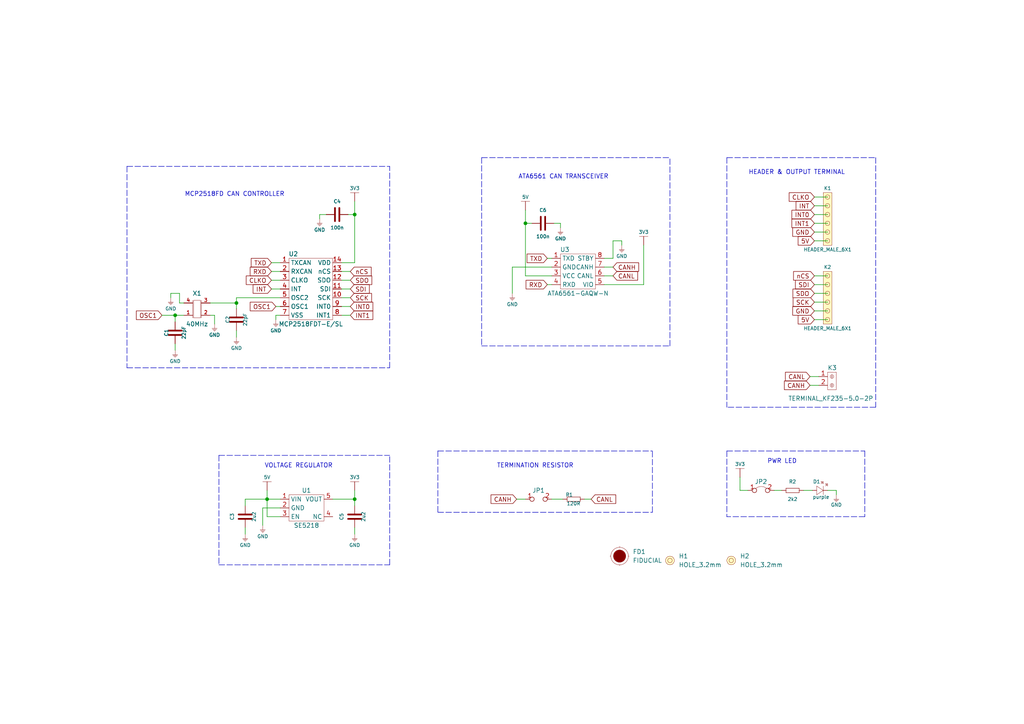
<source format=kicad_sch>
(kicad_sch (version 20211123) (generator eeschema)

  (uuid 78ebbd8a-3ada-4644-a7c1-c6a486dd5739)

  (paper "A4")

  (title_block
    (title "CAN breakout")
    (date "2021-07-12")
    (rev "V1.1.1.")
    (company "SOLDERED")
    (comment 1 "333020")
  )

  (lib_symbols
    (symbol "e-radionica.com schematics:0402LED" (pin_numbers hide) (pin_names (offset 0.254) hide) (in_bom yes) (on_board yes)
      (property "Reference" "D" (id 0) (at -0.635 2.54 0)
        (effects (font (size 1 1)))
      )
      (property "Value" "0402LED" (id 1) (at 0 -2.54 0)
        (effects (font (size 1 1)))
      )
      (property "Footprint" "e-radionica.com footprinti:0402LED" (id 2) (at 0 5.08 0)
        (effects (font (size 1 1)) hide)
      )
      (property "Datasheet" "" (id 3) (at 0 0 0)
        (effects (font (size 1 1)) hide)
      )
      (symbol "0402LED_0_1"
        (polyline
          (pts
            (xy -0.635 1.27)
            (xy 1.27 0)
          )
          (stroke (width 0.0006) (type default) (color 0 0 0 0))
          (fill (type none))
        )
        (polyline
          (pts
            (xy 0.635 1.905)
            (xy 1.27 2.54)
          )
          (stroke (width 0.0006) (type default) (color 0 0 0 0))
          (fill (type none))
        )
        (polyline
          (pts
            (xy 1.27 1.27)
            (xy 1.27 -1.27)
          )
          (stroke (width 0.0006) (type default) (color 0 0 0 0))
          (fill (type none))
        )
        (polyline
          (pts
            (xy 1.905 1.27)
            (xy 2.54 1.905)
          )
          (stroke (width 0.0006) (type default) (color 0 0 0 0))
          (fill (type none))
        )
        (polyline
          (pts
            (xy -0.635 1.27)
            (xy -0.635 -1.27)
            (xy 1.27 0)
          )
          (stroke (width 0.0006) (type default) (color 0 0 0 0))
          (fill (type none))
        )
        (polyline
          (pts
            (xy 1.27 2.54)
            (xy 0.635 2.54)
            (xy 1.27 1.905)
            (xy 1.27 2.54)
          )
          (stroke (width 0.0006) (type default) (color 0 0 0 0))
          (fill (type none))
        )
        (polyline
          (pts
            (xy 2.54 1.905)
            (xy 1.905 1.905)
            (xy 2.54 1.27)
            (xy 2.54 1.905)
          )
          (stroke (width 0.0006) (type default) (color 0 0 0 0))
          (fill (type none))
        )
      )
      (symbol "0402LED_1_1"
        (pin passive line (at -1.905 0 0) (length 1.27)
          (name "A" (effects (font (size 1.27 1.27))))
          (number "1" (effects (font (size 1.27 1.27))))
        )
        (pin passive line (at 2.54 0 180) (length 1.27)
          (name "K" (effects (font (size 1.27 1.27))))
          (number "2" (effects (font (size 1.27 1.27))))
        )
      )
    )
    (symbol "e-radionica.com schematics:0402R" (pin_numbers hide) (pin_names (offset 0.254)) (in_bom yes) (on_board yes)
      (property "Reference" "R" (id 0) (at -1.905 1.27 0)
        (effects (font (size 1 1)))
      )
      (property "Value" "0402R" (id 1) (at 0 -1.27 0)
        (effects (font (size 1 1)))
      )
      (property "Footprint" "e-radionica.com footprinti:0402R" (id 2) (at -2.54 1.905 0)
        (effects (font (size 1 1)) hide)
      )
      (property "Datasheet" "" (id 3) (at -2.54 1.905 0)
        (effects (font (size 1 1)) hide)
      )
      (symbol "0402R_0_1"
        (rectangle (start -1.905 -0.635) (end 1.905 -0.6604)
          (stroke (width 0.1) (type default) (color 0 0 0 0))
          (fill (type none))
        )
        (rectangle (start -1.905 0.635) (end -1.8796 -0.635)
          (stroke (width 0.1) (type default) (color 0 0 0 0))
          (fill (type none))
        )
        (rectangle (start -1.905 0.635) (end 1.905 0.6096)
          (stroke (width 0.1) (type default) (color 0 0 0 0))
          (fill (type none))
        )
        (rectangle (start 1.905 0.635) (end 1.9304 -0.635)
          (stroke (width 0.1) (type default) (color 0 0 0 0))
          (fill (type none))
        )
      )
      (symbol "0402R_1_1"
        (pin passive line (at -3.175 0 0) (length 1.27)
          (name "~" (effects (font (size 1.27 1.27))))
          (number "1" (effects (font (size 1.27 1.27))))
        )
        (pin passive line (at 3.175 0 180) (length 1.27)
          (name "~" (effects (font (size 1.27 1.27))))
          (number "2" (effects (font (size 1.27 1.27))))
        )
      )
    )
    (symbol "e-radionica.com schematics:0603C" (pin_numbers hide) (pin_names (offset 0.002)) (in_bom yes) (on_board yes)
      (property "Reference" "C" (id 0) (at -0.635 3.175 0)
        (effects (font (size 1 1)))
      )
      (property "Value" "0603C" (id 1) (at 0 -3.175 0)
        (effects (font (size 1 1)))
      )
      (property "Footprint" "e-radionica.com footprinti:0603C" (id 2) (at 0 0 0)
        (effects (font (size 1 1)) hide)
      )
      (property "Datasheet" "" (id 3) (at 0 0 0)
        (effects (font (size 1 1)) hide)
      )
      (symbol "0603C_0_1"
        (polyline
          (pts
            (xy -0.635 1.905)
            (xy -0.635 -1.905)
          )
          (stroke (width 0.5) (type default) (color 0 0 0 0))
          (fill (type none))
        )
        (polyline
          (pts
            (xy 0.635 1.905)
            (xy 0.635 -1.905)
          )
          (stroke (width 0.5) (type default) (color 0 0 0 0))
          (fill (type none))
        )
      )
      (symbol "0603C_1_1"
        (pin passive line (at -3.175 0 0) (length 2.54)
          (name "~" (effects (font (size 1.27 1.27))))
          (number "1" (effects (font (size 1.27 1.27))))
        )
        (pin passive line (at 3.175 0 180) (length 2.54)
          (name "~" (effects (font (size 1.27 1.27))))
          (number "2" (effects (font (size 1.27 1.27))))
        )
      )
    )
    (symbol "e-radionica.com schematics:0603R" (pin_numbers hide) (pin_names (offset 0.254)) (in_bom yes) (on_board yes)
      (property "Reference" "R" (id 0) (at -1.905 1.905 0)
        (effects (font (size 1 1)))
      )
      (property "Value" "0603R" (id 1) (at 0 -1.905 0)
        (effects (font (size 1 1)))
      )
      (property "Footprint" "e-radionica.com footprinti:0603R" (id 2) (at -0.635 1.905 0)
        (effects (font (size 1 1)) hide)
      )
      (property "Datasheet" "" (id 3) (at -0.635 1.905 0)
        (effects (font (size 1 1)) hide)
      )
      (symbol "0603R_0_1"
        (rectangle (start -1.905 -0.635) (end 1.905 -0.6604)
          (stroke (width 0.1) (type default) (color 0 0 0 0))
          (fill (type none))
        )
        (rectangle (start -1.905 0.635) (end -1.8796 -0.635)
          (stroke (width 0.1) (type default) (color 0 0 0 0))
          (fill (type none))
        )
        (rectangle (start -1.905 0.635) (end 1.905 0.6096)
          (stroke (width 0.1) (type default) (color 0 0 0 0))
          (fill (type none))
        )
        (rectangle (start 1.905 0.635) (end 1.9304 -0.635)
          (stroke (width 0.1) (type default) (color 0 0 0 0))
          (fill (type none))
        )
      )
      (symbol "0603R_1_1"
        (pin passive line (at -3.175 0 0) (length 1.27)
          (name "~" (effects (font (size 1.27 1.27))))
          (number "1" (effects (font (size 1.27 1.27))))
        )
        (pin passive line (at 3.175 0 180) (length 1.27)
          (name "~" (effects (font (size 1.27 1.27))))
          (number "2" (effects (font (size 1.27 1.27))))
        )
      )
    )
    (symbol "e-radionica.com schematics:3V3" (power) (pin_names (offset 0)) (in_bom yes) (on_board yes)
      (property "Reference" "#PWR" (id 0) (at 4.445 0 0)
        (effects (font (size 1 1)) hide)
      )
      (property "Value" "3V3" (id 1) (at 0 3.556 0)
        (effects (font (size 1 1)))
      )
      (property "Footprint" "" (id 2) (at 4.445 3.81 0)
        (effects (font (size 1 1)) hide)
      )
      (property "Datasheet" "" (id 3) (at 4.445 3.81 0)
        (effects (font (size 1 1)) hide)
      )
      (property "ki_keywords" "power-flag" (id 4) (at 0 0 0)
        (effects (font (size 1.27 1.27)) hide)
      )
      (property "ki_description" "Power symbol creates a global label with name \"+3V3\"" (id 5) (at 0 0 0)
        (effects (font (size 1.27 1.27)) hide)
      )
      (symbol "3V3_0_1"
        (polyline
          (pts
            (xy -1.27 2.54)
            (xy 1.27 2.54)
          )
          (stroke (width 0.0006) (type default) (color 0 0 0 0))
          (fill (type none))
        )
        (polyline
          (pts
            (xy 0 0)
            (xy 0 2.54)
          )
          (stroke (width 0) (type default) (color 0 0 0 0))
          (fill (type none))
        )
      )
      (symbol "3V3_1_1"
        (pin power_in line (at 0 0 90) (length 0) hide
          (name "3V3" (effects (font (size 1.27 1.27))))
          (number "1" (effects (font (size 1.27 1.27))))
        )
      )
    )
    (symbol "e-radionica.com schematics:5V" (power) (pin_names (offset 0)) (in_bom yes) (on_board yes)
      (property "Reference" "#PWR" (id 0) (at 4.445 0 0)
        (effects (font (size 1 1)) hide)
      )
      (property "Value" "5V" (id 1) (at 0 3.556 0)
        (effects (font (size 1 1)))
      )
      (property "Footprint" "" (id 2) (at 4.445 3.81 0)
        (effects (font (size 1 1)) hide)
      )
      (property "Datasheet" "" (id 3) (at 4.445 3.81 0)
        (effects (font (size 1 1)) hide)
      )
      (property "ki_keywords" "power-flag" (id 4) (at 0 0 0)
        (effects (font (size 1.27 1.27)) hide)
      )
      (property "ki_description" "Power symbol creates a global label with name \"+3V3\"" (id 5) (at 0 0 0)
        (effects (font (size 1.27 1.27)) hide)
      )
      (symbol "5V_0_1"
        (polyline
          (pts
            (xy -1.27 2.54)
            (xy 1.27 2.54)
          )
          (stroke (width 0.0006) (type default) (color 0 0 0 0))
          (fill (type none))
        )
        (polyline
          (pts
            (xy 0 0)
            (xy 0 2.54)
          )
          (stroke (width 0) (type default) (color 0 0 0 0))
          (fill (type none))
        )
      )
      (symbol "5V_1_1"
        (pin power_in line (at 0 0 90) (length 0) hide
          (name "5V" (effects (font (size 1.27 1.27))))
          (number "1" (effects (font (size 1.27 1.27))))
        )
      )
    )
    (symbol "e-radionica.com schematics:ATA6561-GAQW-N" (in_bom yes) (on_board yes)
      (property "Reference" "U" (id 0) (at -1.27 6.35 0)
        (effects (font (size 1.27 1.27)))
      )
      (property "Value" "ATA6561-GAQW-N" (id 1) (at 0 -6.35 0)
        (effects (font (size 1.27 1.27)))
      )
      (property "Footprint" "Package_SO:SOIC-8-1EP_3.9x4.9mm_P1.27mm_EP2.29x3mm_ThermalVias" (id 2) (at -5.08 0 0)
        (effects (font (size 1.27 1.27)) hide)
      )
      (property "Datasheet" "" (id 3) (at -5.08 0 0)
        (effects (font (size 1.27 1.27)) hide)
      )
      (symbol "ATA6561-GAQW-N_0_1"
        (rectangle (start -7.62 3.81) (end -7.62 3.81)
          (stroke (width 0.0006) (type default) (color 0 0 0 0))
          (fill (type none))
        )
        (rectangle (start -5.08 5.08) (end 5.08 -5.08)
          (stroke (width 0.0006) (type default) (color 0 0 0 0))
          (fill (type none))
        )
      )
      (symbol "ATA6561-GAQW-N_1_1"
        (pin passive line (at -7.62 3.81 0) (length 2.54)
          (name "TXD" (effects (font (size 1.27 1.27))))
          (number "1" (effects (font (size 1.27 1.27))))
        )
        (pin passive line (at -7.62 1.27 0) (length 2.54)
          (name "GND" (effects (font (size 1.27 1.27))))
          (number "2" (effects (font (size 1.27 1.27))))
        )
        (pin passive line (at -7.62 -1.27 0) (length 2.54)
          (name "VCC" (effects (font (size 1.27 1.27))))
          (number "3" (effects (font (size 1.27 1.27))))
        )
        (pin passive line (at -7.62 -3.81 0) (length 2.54)
          (name "RXD" (effects (font (size 1.27 1.27))))
          (number "4" (effects (font (size 1.27 1.27))))
        )
        (pin passive line (at 7.62 -3.81 180) (length 2.54)
          (name "VIO" (effects (font (size 1.27 1.27))))
          (number "5" (effects (font (size 1.27 1.27))))
        )
        (pin passive line (at 7.62 -1.27 180) (length 2.54)
          (name "CANL" (effects (font (size 1.27 1.27))))
          (number "6" (effects (font (size 1.27 1.27))))
        )
        (pin passive line (at 7.62 1.27 180) (length 2.54)
          (name "CANH" (effects (font (size 1.27 1.27))))
          (number "7" (effects (font (size 1.27 1.27))))
        )
        (pin passive line (at 7.62 3.81 180) (length 2.54)
          (name "STBY" (effects (font (size 1.27 1.27))))
          (number "8" (effects (font (size 1.27 1.27))))
        )
      )
    )
    (symbol "e-radionica.com schematics:FIDUCIAL" (in_bom yes) (on_board yes)
      (property "Reference" "FD" (id 0) (at 0 3.81 0)
        (effects (font (size 1.27 1.27)))
      )
      (property "Value" "FIDUCIAL" (id 1) (at 0 -3.81 0)
        (effects (font (size 1.27 1.27)))
      )
      (property "Footprint" "e-radionica.com footprinti:FIDUCIAL_23" (id 2) (at 0.254 -5.334 0)
        (effects (font (size 1.27 1.27)) hide)
      )
      (property "Datasheet" "" (id 3) (at 0 0 0)
        (effects (font (size 1.27 1.27)) hide)
      )
      (symbol "FIDUCIAL_0_1"
        (polyline
          (pts
            (xy -2.54 0)
            (xy -2.794 0)
          )
          (stroke (width 0.0006) (type default) (color 0 0 0 0))
          (fill (type none))
        )
        (polyline
          (pts
            (xy 0 -2.54)
            (xy 0 -2.794)
          )
          (stroke (width 0.0006) (type default) (color 0 0 0 0))
          (fill (type none))
        )
        (polyline
          (pts
            (xy 0 2.54)
            (xy 0 2.794)
          )
          (stroke (width 0.0006) (type default) (color 0 0 0 0))
          (fill (type none))
        )
        (polyline
          (pts
            (xy 2.54 0)
            (xy 2.794 0)
          )
          (stroke (width 0.0006) (type default) (color 0 0 0 0))
          (fill (type none))
        )
        (circle (center 0 0) (radius 1.7961)
          (stroke (width 0.001) (type default) (color 0 0 0 0))
          (fill (type outline))
        )
        (circle (center 0 0) (radius 2.54)
          (stroke (width 0.0006) (type default) (color 0 0 0 0))
          (fill (type none))
        )
      )
    )
    (symbol "e-radionica.com schematics:GND" (power) (pin_names (offset 0)) (in_bom yes) (on_board yes)
      (property "Reference" "#PWR" (id 0) (at 4.445 0 0)
        (effects (font (size 1 1)) hide)
      )
      (property "Value" "GND" (id 1) (at 0 -2.921 0)
        (effects (font (size 1 1)))
      )
      (property "Footprint" "" (id 2) (at 4.445 3.81 0)
        (effects (font (size 1 1)) hide)
      )
      (property "Datasheet" "" (id 3) (at 4.445 3.81 0)
        (effects (font (size 1 1)) hide)
      )
      (property "ki_keywords" "power-flag" (id 4) (at 0 0 0)
        (effects (font (size 1.27 1.27)) hide)
      )
      (property "ki_description" "Power symbol creates a global label with name \"+3V3\"" (id 5) (at 0 0 0)
        (effects (font (size 1.27 1.27)) hide)
      )
      (symbol "GND_0_1"
        (polyline
          (pts
            (xy -0.762 -1.27)
            (xy 0.762 -1.27)
          )
          (stroke (width 0.0006) (type default) (color 0 0 0 0))
          (fill (type none))
        )
        (polyline
          (pts
            (xy -0.635 -1.524)
            (xy 0.635 -1.524)
          )
          (stroke (width 0.0006) (type default) (color 0 0 0 0))
          (fill (type none))
        )
        (polyline
          (pts
            (xy -0.381 -1.778)
            (xy 0.381 -1.778)
          )
          (stroke (width 0.0006) (type default) (color 0 0 0 0))
          (fill (type none))
        )
        (polyline
          (pts
            (xy -0.127 -2.032)
            (xy 0.127 -2.032)
          )
          (stroke (width 0.0006) (type default) (color 0 0 0 0))
          (fill (type none))
        )
        (polyline
          (pts
            (xy 0 0)
            (xy 0 -1.27)
          )
          (stroke (width 0.0006) (type default) (color 0 0 0 0))
          (fill (type none))
        )
      )
      (symbol "GND_1_1"
        (pin power_in line (at 0 0 270) (length 0) hide
          (name "GND" (effects (font (size 1.27 1.27))))
          (number "1" (effects (font (size 1.27 1.27))))
        )
      )
    )
    (symbol "e-radionica.com schematics:GND_3" (power) (pin_names (offset 0)) (in_bom yes) (on_board yes)
      (property "Reference" "#PWR" (id 0) (at 4.445 0 0)
        (effects (font (size 1 1)) hide)
      )
      (property "Value" "GND" (id 1) (at 0 -2.921 0)
        (effects (font (size 1 1)))
      )
      (property "Footprint" "" (id 2) (at 4.445 3.81 0)
        (effects (font (size 1 1)) hide)
      )
      (property "Datasheet" "" (id 3) (at 4.445 3.81 0)
        (effects (font (size 1 1)) hide)
      )
      (property "ki_keywords" "power-flag" (id 4) (at 0 0 0)
        (effects (font (size 1.27 1.27)) hide)
      )
      (property "ki_description" "Power symbol creates a global label with name \"+3V3\"" (id 5) (at 0 0 0)
        (effects (font (size 1.27 1.27)) hide)
      )
      (symbol "GND_3_0_1"
        (polyline
          (pts
            (xy -0.762 -1.27)
            (xy 0.762 -1.27)
          )
          (stroke (width 0.0006) (type default) (color 0 0 0 0))
          (fill (type none))
        )
        (polyline
          (pts
            (xy -0.635 -1.524)
            (xy 0.635 -1.524)
          )
          (stroke (width 0.0006) (type default) (color 0 0 0 0))
          (fill (type none))
        )
        (polyline
          (pts
            (xy -0.381 -1.778)
            (xy 0.381 -1.778)
          )
          (stroke (width 0.0006) (type default) (color 0 0 0 0))
          (fill (type none))
        )
        (polyline
          (pts
            (xy -0.127 -2.032)
            (xy 0.127 -2.032)
          )
          (stroke (width 0.0006) (type default) (color 0 0 0 0))
          (fill (type none))
        )
        (polyline
          (pts
            (xy 0 0)
            (xy 0 -1.27)
          )
          (stroke (width 0.0006) (type default) (color 0 0 0 0))
          (fill (type none))
        )
      )
      (symbol "GND_3_1_1"
        (pin power_in line (at 0 0 270) (length 0) hide
          (name "GND" (effects (font (size 1.27 1.27))))
          (number "1" (effects (font (size 1.27 1.27))))
        )
      )
    )
    (symbol "e-radionica.com schematics:HEADER_MALE_6X1" (pin_numbers hide) (pin_names hide) (in_bom yes) (on_board yes)
      (property "Reference" "K" (id 0) (at -0.635 10.16 0)
        (effects (font (size 1 1)))
      )
      (property "Value" "HEADER_MALE_6X1" (id 1) (at 1.27 -7.62 0)
        (effects (font (size 1 1)))
      )
      (property "Footprint" "e-radionica.com footprinti:HEADER_MALE_6X1" (id 2) (at 0 0 0)
        (effects (font (size 1 1)) hide)
      )
      (property "Datasheet" "" (id 3) (at 0 0 0)
        (effects (font (size 1 1)) hide)
      )
      (symbol "HEADER_MALE_6X1_0_1"
        (circle (center 0 -5.08) (radius 0.635)
          (stroke (width 0.0006) (type default) (color 0 0 0 0))
          (fill (type none))
        )
        (circle (center 0 -2.54) (radius 0.635)
          (stroke (width 0.0006) (type default) (color 0 0 0 0))
          (fill (type none))
        )
        (circle (center 0 0) (radius 0.635)
          (stroke (width 0.0006) (type default) (color 0 0 0 0))
          (fill (type none))
        )
        (circle (center 0 2.54) (radius 0.635)
          (stroke (width 0.0006) (type default) (color 0 0 0 0))
          (fill (type none))
        )
        (circle (center 0 5.08) (radius 0.635)
          (stroke (width 0.0006) (type default) (color 0 0 0 0))
          (fill (type none))
        )
        (circle (center 0 7.62) (radius 0.635)
          (stroke (width 0.0006) (type default) (color 0 0 0 0))
          (fill (type none))
        )
        (rectangle (start 1.27 -6.35) (end -1.27 8.89)
          (stroke (width 0.001) (type default) (color 0 0 0 0))
          (fill (type background))
        )
      )
      (symbol "HEADER_MALE_6X1_1_1"
        (pin passive line (at 0 -5.08 180) (length 0)
          (name "~" (effects (font (size 0.991 0.991))))
          (number "1" (effects (font (size 0.991 0.991))))
        )
        (pin passive line (at 0 -2.54 180) (length 0)
          (name "~" (effects (font (size 0.991 0.991))))
          (number "2" (effects (font (size 0.991 0.991))))
        )
        (pin passive line (at 0 0 180) (length 0)
          (name "~" (effects (font (size 0.991 0.991))))
          (number "3" (effects (font (size 0.991 0.991))))
        )
        (pin passive line (at 0 2.54 180) (length 0)
          (name "~" (effects (font (size 0.991 0.991))))
          (number "4" (effects (font (size 0.991 0.991))))
        )
        (pin passive line (at 0 5.08 180) (length 0)
          (name "~" (effects (font (size 0.991 0.991))))
          (number "5" (effects (font (size 0.991 0.991))))
        )
        (pin passive line (at 0 7.62 180) (length 0)
          (name "~" (effects (font (size 0.991 0.991))))
          (number "6" (effects (font (size 0.991 0.991))))
        )
      )
    )
    (symbol "e-radionica.com schematics:HOLE_3.2mm" (pin_numbers hide) (pin_names hide) (in_bom yes) (on_board yes)
      (property "Reference" "H" (id 0) (at 0 2.54 0)
        (effects (font (size 1.27 1.27)))
      )
      (property "Value" "HOLE_3.2mm" (id 1) (at 0 -2.54 0)
        (effects (font (size 1.27 1.27)))
      )
      (property "Footprint" "e-radionica.com footprinti:HOLE_3.2mm" (id 2) (at 0 0 0)
        (effects (font (size 1.27 1.27)) hide)
      )
      (property "Datasheet" "" (id 3) (at 0 0 0)
        (effects (font (size 1.27 1.27)) hide)
      )
      (symbol "HOLE_3.2mm_0_1"
        (circle (center 0 0) (radius 0.635)
          (stroke (width 0.0006) (type default) (color 0 0 0 0))
          (fill (type none))
        )
        (circle (center 0 0) (radius 1.27)
          (stroke (width 0.001) (type default) (color 0 0 0 0))
          (fill (type background))
        )
      )
    )
    (symbol "e-radionica.com schematics:KRISTAL_3225_4_PAD" (in_bom yes) (on_board yes)
      (property "Reference" "X" (id 0) (at 0 5.588 0)
        (effects (font (size 1.27 1.27)))
      )
      (property "Value" "KRISTAL_3225_4_PAD" (id 1) (at 0.508 -3.302 0)
        (effects (font (size 1.27 1.27)))
      )
      (property "Footprint" "e-radionica.com footprinti:KRISTAL_3225__4_PAD" (id 2) (at 0 0 0)
        (effects (font (size 1.27 1.27)) hide)
      )
      (property "Datasheet" "" (id 3) (at 0 0 0)
        (effects (font (size 1.27 1.27)) hide)
      )
      (symbol "KRISTAL_3225_4_PAD_0_1"
        (polyline
          (pts
            (xy -1.27 3.048)
            (xy -1.27 -2.032)
          )
          (stroke (width 0.0006) (type default) (color 0 0 0 0))
          (fill (type none))
        )
        (polyline
          (pts
            (xy 1.27 3.048)
            (xy 1.27 -2.032)
            (xy 1.27 -0.762)
          )
          (stroke (width 0.0006) (type default) (color 0 0 0 0))
          (fill (type none))
        )
        (polyline
          (pts
            (xy -1.016 3.048)
            (xy -1.016 -2.032)
            (xy 1.016 -2.032)
            (xy 1.016 3.048)
            (xy -1.016 3.048)
            (xy 0.762 3.048)
          )
          (stroke (width 0.0006) (type default) (color 0 0 0 0))
          (fill (type none))
        )
      )
      (symbol "KRISTAL_3225_4_PAD_1_1"
        (pin passive line (at -3.81 -1.27 0) (length 2.54)
          (name "" (effects (font (size 1 1))))
          (number "1" (effects (font (size 1 1))))
        )
        (pin output line (at 3.81 -1.27 180) (length 2.54)
          (name "" (effects (font (size 1 1))))
          (number "2" (effects (font (size 1 1))))
        )
        (pin passive line (at 3.81 2.286 180) (length 2.54)
          (name "" (effects (font (size 1 1))))
          (number "3" (effects (font (size 1 1))))
        )
        (pin input line (at -3.81 2.286 0) (length 2.54)
          (name "" (effects (font (size 1 1))))
          (number "4" (effects (font (size 1 1))))
        )
      )
    )
    (symbol "e-radionica.com schematics:MCP2518FD" (in_bom yes) (on_board yes)
      (property "Reference" "U" (id 0) (at 0 10.16 0)
        (effects (font (size 1.27 1.27)))
      )
      (property "Value" "MCP2518FD" (id 1) (at 0 -10.16 0)
        (effects (font (size 1.27 1.27)))
      )
      (property "Footprint" "Package_SO:SOIC-14_3.9x8.7mm_P1.27mm" (id 2) (at 6.35 0 0)
        (effects (font (size 1.27 1.27)) hide)
      )
      (property "Datasheet" "" (id 3) (at 6.35 0 0)
        (effects (font (size 1.27 1.27)) hide)
      )
      (symbol "MCP2518FD_0_1"
        (rectangle (start -6.35 8.89) (end 6.35 -8.89)
          (stroke (width 0.0006) (type default) (color 0 0 0 0))
          (fill (type none))
        )
      )
      (symbol "MCP2518FD_1_1"
        (pin passive line (at -8.89 7.62 0) (length 2.54)
          (name "TXCAN" (effects (font (size 1.27 1.27))))
          (number "1" (effects (font (size 1.27 1.27))))
        )
        (pin passive line (at 8.89 -2.54 180) (length 2.54)
          (name "SCK" (effects (font (size 1.27 1.27))))
          (number "10" (effects (font (size 1.27 1.27))))
        )
        (pin passive line (at 8.89 0 180) (length 2.54)
          (name "SDI" (effects (font (size 1.27 1.27))))
          (number "11" (effects (font (size 1.27 1.27))))
        )
        (pin passive line (at 8.89 2.54 180) (length 2.54)
          (name "SDO" (effects (font (size 1.27 1.27))))
          (number "12" (effects (font (size 1.27 1.27))))
        )
        (pin passive line (at 8.89 5.08 180) (length 2.54)
          (name "nCS" (effects (font (size 1.27 1.27))))
          (number "13" (effects (font (size 1.27 1.27))))
        )
        (pin passive line (at 8.89 7.62 180) (length 2.54)
          (name "VDD" (effects (font (size 1.27 1.27))))
          (number "14" (effects (font (size 1.27 1.27))))
        )
        (pin passive line (at -8.89 5.08 0) (length 2.54)
          (name "RXCAN" (effects (font (size 1.27 1.27))))
          (number "2" (effects (font (size 1.27 1.27))))
        )
        (pin passive line (at -8.89 2.54 0) (length 2.54)
          (name "CLKO" (effects (font (size 1.27 1.27))))
          (number "3" (effects (font (size 1.27 1.27))))
        )
        (pin passive line (at -8.89 0 0) (length 2.54)
          (name "INT" (effects (font (size 1.27 1.27))))
          (number "4" (effects (font (size 1.27 1.27))))
        )
        (pin passive line (at -8.89 -2.54 0) (length 2.54)
          (name "OSC2" (effects (font (size 1.27 1.27))))
          (number "5" (effects (font (size 1.27 1.27))))
        )
        (pin passive line (at -8.89 -5.08 0) (length 2.54)
          (name "OSC1" (effects (font (size 1.27 1.27))))
          (number "6" (effects (font (size 1.27 1.27))))
        )
        (pin passive line (at -8.89 -7.62 0) (length 2.54)
          (name "VSS" (effects (font (size 1.27 1.27))))
          (number "7" (effects (font (size 1.27 1.27))))
        )
        (pin passive line (at 8.89 -7.62 180) (length 2.54)
          (name "INT1" (effects (font (size 1.27 1.27))))
          (number "8" (effects (font (size 1.27 1.27))))
        )
        (pin passive line (at 8.89 -5.08 180) (length 2.54)
          (name "INT0" (effects (font (size 1.27 1.27))))
          (number "9" (effects (font (size 1.27 1.27))))
        )
      )
    )
    (symbol "e-radionica.com schematics:SE5218" (in_bom yes) (on_board yes)
      (property "Reference" "U" (id 0) (at -3.81 5.08 0)
        (effects (font (size 1.27 1.27)))
      )
      (property "Value" "SE5218" (id 1) (at 0 -5.08 0)
        (effects (font (size 1.27 1.27)))
      )
      (property "Footprint" "e-radionica.com footprinti:SOT-23-5" (id 2) (at 0 0 0)
        (effects (font (size 1.27 1.27)) hide)
      )
      (property "Datasheet" "" (id 3) (at 0 0 0)
        (effects (font (size 1.27 1.27)) hide)
      )
      (symbol "SE5218_0_1"
        (rectangle (start -5.08 3.81) (end 5.08 -3.81)
          (stroke (width 0.0006) (type default) (color 0 0 0 0))
          (fill (type none))
        )
      )
      (symbol "SE5218_1_1"
        (pin power_in line (at -7.62 2.54 0) (length 2.54)
          (name "VIN" (effects (font (size 1.27 1.27))))
          (number "1" (effects (font (size 1.27 1.27))))
        )
        (pin power_in line (at -7.62 0 0) (length 2.54)
          (name "GND" (effects (font (size 1.27 1.27))))
          (number "2" (effects (font (size 1.27 1.27))))
        )
        (pin input line (at -7.62 -2.54 0) (length 2.54)
          (name "EN" (effects (font (size 1.27 1.27))))
          (number "3" (effects (font (size 1.27 1.27))))
        )
        (pin passive line (at 7.62 -2.54 180) (length 2.54)
          (name "NC" (effects (font (size 1.27 1.27))))
          (number "4" (effects (font (size 1.27 1.27))))
        )
        (pin power_out line (at 7.62 2.54 180) (length 2.54)
          (name "VOUT" (effects (font (size 1.27 1.27))))
          (number "5" (effects (font (size 1.27 1.27))))
        )
      )
    )
    (symbol "e-radionica.com schematics:SMD-JUMPER-CONNECTED_TRACE_SLODERMASK" (in_bom yes) (on_board yes)
      (property "Reference" "JP" (id 0) (at 0 3.556 0)
        (effects (font (size 1.27 1.27)))
      )
      (property "Value" "SMD-JUMPER-CONNECTED_TRACE_SLODERMASK" (id 1) (at 0 -2.54 0)
        (effects (font (size 1.27 1.27)))
      )
      (property "Footprint" "e-radionica.com footprinti:SMD-JUMPER-CONNECTED_TRACE_SLODERMASK" (id 2) (at 0 -5.715 0)
        (effects (font (size 1.27 1.27)) hide)
      )
      (property "Datasheet" "" (id 3) (at 0 0 0)
        (effects (font (size 1.27 1.27)) hide)
      )
      (symbol "SMD-JUMPER-CONNECTED_TRACE_SLODERMASK_0_1"
        (arc (start 1.397 0.5842) (mid -0.2077 1.1365) (end -1.8034 0.5588)
          (stroke (width 0.0006) (type default) (color 0 0 0 0))
          (fill (type none))
        )
      )
      (symbol "SMD-JUMPER-CONNECTED_TRACE_SLODERMASK_1_1"
        (pin passive inverted (at -4.064 0 0) (length 2.54)
          (name "" (effects (font (size 1.27 1.27))))
          (number "1" (effects (font (size 1.27 1.27))))
        )
        (pin passive inverted (at 3.556 0 180) (length 2.54)
          (name "" (effects (font (size 1.27 1.27))))
          (number "2" (effects (font (size 1.27 1.27))))
        )
      )
    )
    (symbol "e-radionica.com schematics:SMD_JUMPER" (in_bom yes) (on_board yes)
      (property "Reference" "JP" (id 0) (at 0 1.397 0)
        (effects (font (size 1.27 1.27)))
      )
      (property "Value" "SMD_JUMPER" (id 1) (at 0.508 -3.048 0)
        (effects (font (size 1.27 1.27)))
      )
      (property "Footprint" "e-radionica.com footprinti:SMD_JUMPER" (id 2) (at 0 0 0)
        (effects (font (size 1.27 1.27)) hide)
      )
      (property "Datasheet" "" (id 3) (at 0 0 0)
        (effects (font (size 1.27 1.27)) hide)
      )
      (symbol "SMD_JUMPER_1_1"
        (pin passive inverted (at -3.81 0 0) (length 2.54)
          (name "" (effects (font (size 1.27 1.27))))
          (number "1" (effects (font (size 1.27 1.27))))
        )
        (pin passive inverted (at 3.81 0 180) (length 2.54)
          (name "" (effects (font (size 1.27 1.27))))
          (number "2" (effects (font (size 1.27 1.27))))
        )
      )
    )
    (symbol "e-radionica.com schematics:TERMINAL_KF235-5.0-2P" (in_bom yes) (on_board yes)
      (property "Reference" "K" (id 0) (at 0 3.81 0)
        (effects (font (size 1.27 1.27)))
      )
      (property "Value" "TERMINAL_KF235-5.0-2P" (id 1) (at 0 -3.81 0)
        (effects (font (size 1.27 1.27)))
      )
      (property "Footprint" "e-radionica.com footprinti:TERMINAL_KF235-5.0-2P" (id 2) (at 0 0 0)
        (effects (font (size 1.27 1.27)) hide)
      )
      (property "Datasheet" "" (id 3) (at 0 0 0)
        (effects (font (size 1.27 1.27)) hide)
      )
      (symbol "TERMINAL_KF235-5.0-2P_0_1"
        (rectangle (start -1.27 2.54) (end 1.27 -2.54)
          (stroke (width 0.0006) (type default) (color 0 0 0 0))
          (fill (type none))
        )
        (circle (center 0 -1.27) (radius 0.508)
          (stroke (width 0.0006) (type default) (color 0 0 0 0))
          (fill (type none))
        )
        (polyline
          (pts
            (xy -0.254 -1.27)
            (xy 0.254 -1.27)
          )
          (stroke (width 0.0006) (type default) (color 0 0 0 0))
          (fill (type none))
        )
        (polyline
          (pts
            (xy -0.254 1.27)
            (xy 0.254 1.27)
          )
          (stroke (width 0.0006) (type default) (color 0 0 0 0))
          (fill (type none))
        )
        (polyline
          (pts
            (xy 0 -0.762)
            (xy 0 -1.778)
          )
          (stroke (width 0.0006) (type default) (color 0 0 0 0))
          (fill (type none))
        )
        (polyline
          (pts
            (xy 0 1.778)
            (xy 0 0.762)
          )
          (stroke (width 0.0006) (type default) (color 0 0 0 0))
          (fill (type none))
        )
        (circle (center 0 1.27) (radius 0.508)
          (stroke (width 0.0006) (type default) (color 0 0 0 0))
          (fill (type none))
        )
      )
      (symbol "TERMINAL_KF235-5.0-2P_1_1"
        (pin input line (at -3.81 1.27 0) (length 2.54)
          (name "~" (effects (font (size 1.27 1.27))))
          (number "1" (effects (font (size 1.27 1.27))))
        )
        (pin input line (at -3.81 -1.27 0) (length 2.54)
          (name "~" (effects (font (size 1.27 1.27))))
          (number "2" (effects (font (size 1.27 1.27))))
        )
      )
    )
  )

  (junction (at 68.58 87.884) (diameter 0.9144) (color 0 0 0 0)
    (uuid 3a52f112-cb97-43db-aaeb-20afe27664d7)
  )
  (junction (at 50.8 91.44) (diameter 0.9144) (color 0 0 0 0)
    (uuid 41acfe41-fac7-432a-a7a3-946566e2d504)
  )
  (junction (at 152.4 64.77) (diameter 0.9144) (color 0 0 0 0)
    (uuid 65134029-dbd2-409a-85a8-13c2a33ff019)
  )
  (junction (at 102.87 62.23) (diameter 0.9144) (color 0 0 0 0)
    (uuid 8087f566-a94d-4bbc-985b-e49ee7762296)
  )
  (junction (at 102.87 144.78) (diameter 0.9144) (color 0 0 0 0)
    (uuid 98c78427-acd5-4f90-9ad6-9f61c4809aec)
  )
  (junction (at 77.47 144.78) (diameter 0.9144) (color 0 0 0 0)
    (uuid f4eb0267-179f-46c9-b516-9bfb06bac1ba)
  )

  (wire (pts (xy 177.8 69.85) (xy 180.34 69.85))
    (stroke (width 0) (type solid) (color 0 0 0 0))
    (uuid 004f0885-ace7-48db-bf33-4686422c3468)
  )
  (wire (pts (xy 177.8 74.93) (xy 177.8 69.85))
    (stroke (width 0) (type solid) (color 0 0 0 0))
    (uuid 004f0885-ace7-48db-bf33-4686422c3469)
  )
  (wire (pts (xy 180.34 69.85) (xy 180.34 71.12))
    (stroke (width 0) (type solid) (color 0 0 0 0))
    (uuid 004f0885-ace7-48db-bf33-4686422c346a)
  )
  (wire (pts (xy 233.045 142.24) (xy 235.585 142.24))
    (stroke (width 0) (type solid) (color 0 0 0 0))
    (uuid 01979bf7-0860-486e-ae58-acfc37ea28ed)
  )
  (wire (pts (xy 99.06 88.9) (xy 101.6 88.9))
    (stroke (width 0) (type solid) (color 0 0 0 0))
    (uuid 03166a1a-2b71-412c-b6bc-bf2d8ee6fc0a)
  )
  (wire (pts (xy 77.47 144.78) (xy 77.47 142.24))
    (stroke (width 0) (type solid) (color 0 0 0 0))
    (uuid 0436eb38-ceae-4dda-a1a3-278fee15d85b)
  )
  (wire (pts (xy 81.28 144.78) (xy 77.47 144.78))
    (stroke (width 0) (type solid) (color 0 0 0 0))
    (uuid 0436eb38-ceae-4dda-a1a3-278fee15d85c)
  )
  (wire (pts (xy 92.71 62.23) (xy 92.71 63.5))
    (stroke (width 0) (type solid) (color 0 0 0 0))
    (uuid 095a878c-a164-4f13-9b97-581ba9ebf1b4)
  )
  (wire (pts (xy 94.615 62.23) (xy 92.71 62.23))
    (stroke (width 0) (type solid) (color 0 0 0 0))
    (uuid 095a878c-a164-4f13-9b97-581ba9ebf1b5)
  )
  (wire (pts (xy 236.22 59.69) (xy 240.03 59.69))
    (stroke (width 0) (type solid) (color 0 0 0 0))
    (uuid 0a96ca09-431e-4752-9ee2-a96294e98d26)
  )
  (polyline (pts (xy 36.83 48.26) (xy 36.83 106.68))
    (stroke (width 0) (type dash) (color 0 0 0 0))
    (uuid 0c93bab1-0cb8-409e-9543-5cbf8b5add03)
  )
  (polyline (pts (xy 36.83 48.26) (xy 113.03 48.26))
    (stroke (width 0) (type dash) (color 0 0 0 0))
    (uuid 0c93bab1-0cb8-409e-9543-5cbf8b5add04)
  )
  (polyline (pts (xy 36.83 106.68) (xy 113.03 106.68))
    (stroke (width 0) (type dash) (color 0 0 0 0))
    (uuid 0c93bab1-0cb8-409e-9543-5cbf8b5add05)
  )
  (polyline (pts (xy 113.03 106.68) (xy 113.03 48.26))
    (stroke (width 0) (type dash) (color 0 0 0 0))
    (uuid 0c93bab1-0cb8-409e-9543-5cbf8b5add06)
  )

  (wire (pts (xy 234.95 111.76) (xy 237.49 111.76))
    (stroke (width 0) (type solid) (color 0 0 0 0))
    (uuid 0cbe0676-cbd5-4f4c-b252-17dab15ec9de)
  )
  (polyline (pts (xy 210.82 130.81) (xy 210.82 149.86))
    (stroke (width 0) (type dash) (color 0 0 0 0))
    (uuid 0d5ebb0b-2696-493b-8164-2a60258d6793)
  )

  (wire (pts (xy 78.74 78.74) (xy 81.28 78.74))
    (stroke (width 0) (type solid) (color 0 0 0 0))
    (uuid 0d9e1f5b-da51-44d4-a24d-e507629b816b)
  )
  (wire (pts (xy 236.22 62.23) (xy 240.03 62.23))
    (stroke (width 0) (type solid) (color 0 0 0 0))
    (uuid 12a31981-73fb-41c3-8c0c-93f6b74d9a6c)
  )
  (wire (pts (xy 160.655 64.77) (xy 162.56 64.77))
    (stroke (width 0) (type solid) (color 0 0 0 0))
    (uuid 1a42bb6e-01c0-40c8-85d3-e2be35e7e632)
  )
  (wire (pts (xy 162.56 64.77) (xy 162.56 66.04))
    (stroke (width 0) (type solid) (color 0 0 0 0))
    (uuid 1a42bb6e-01c0-40c8-85d3-e2be35e7e633)
  )
  (wire (pts (xy 224.536 142.24) (xy 226.695 142.24))
    (stroke (width 0) (type solid) (color 0 0 0 0))
    (uuid 2751103e-7b2d-4850-bf51-ce8138f912d1)
  )
  (wire (pts (xy 242.57 142.24) (xy 240.03 142.24))
    (stroke (width 0) (type solid) (color 0 0 0 0))
    (uuid 2925bb59-fed7-471c-92c4-9a133d09ddf6)
  )
  (wire (pts (xy 78.74 81.28) (xy 81.28 81.28))
    (stroke (width 0) (type solid) (color 0 0 0 0))
    (uuid 298a1eba-7d3f-41e4-8947-3f9b5a0be0d9)
  )
  (wire (pts (xy 99.06 91.44) (xy 101.6 91.44))
    (stroke (width 0) (type solid) (color 0 0 0 0))
    (uuid 2f6290f3-f352-4575-ad71-4f05c90034e5)
  )
  (wire (pts (xy 236.22 82.55) (xy 240.03 82.55))
    (stroke (width 0) (type solid) (color 0 0 0 0))
    (uuid 313d6bde-a07a-4bb9-9caa-a6f1736c9caa)
  )
  (wire (pts (xy 77.47 149.86) (xy 77.47 144.78))
    (stroke (width 0) (type solid) (color 0 0 0 0))
    (uuid 3224c556-a988-46c1-a68a-e3bf08241606)
  )
  (wire (pts (xy 81.28 149.86) (xy 77.47 149.86))
    (stroke (width 0) (type solid) (color 0 0 0 0))
    (uuid 3224c556-a988-46c1-a68a-e3bf08241607)
  )
  (wire (pts (xy 60.96 87.884) (xy 68.58 87.884))
    (stroke (width 0) (type solid) (color 0 0 0 0))
    (uuid 34c3350f-1c1d-4807-a6eb-e1000d0c7652)
  )
  (wire (pts (xy 68.58 86.36) (xy 81.28 86.36))
    (stroke (width 0) (type solid) (color 0 0 0 0))
    (uuid 34c3350f-1c1d-4807-a6eb-e1000d0c7653)
  )
  (wire (pts (xy 68.58 87.884) (xy 68.58 86.36))
    (stroke (width 0) (type solid) (color 0 0 0 0))
    (uuid 34c3350f-1c1d-4807-a6eb-e1000d0c7654)
  )
  (wire (pts (xy 152.4 64.77) (xy 154.305 64.77))
    (stroke (width 0) (type solid) (color 0 0 0 0))
    (uuid 3c9f388a-c13b-461b-9bee-f3d4ff3f919c)
  )
  (wire (pts (xy 236.22 69.85) (xy 240.03 69.85))
    (stroke (width 0) (type solid) (color 0 0 0 0))
    (uuid 3d253e0a-b3e2-4ff4-a9b6-af82d518eae0)
  )
  (wire (pts (xy 158.75 74.93) (xy 160.02 74.93))
    (stroke (width 0) (type solid) (color 0 0 0 0))
    (uuid 41c26e63-4af1-4f67-bfc6-56d40b9ed8c7)
  )
  (wire (pts (xy 68.58 87.884) (xy 68.58 89.535))
    (stroke (width 0) (type solid) (color 0 0 0 0))
    (uuid 4375ba67-29d1-48ab-87f2-7ac1bf271f0d)
  )
  (wire (pts (xy 169.545 144.78) (xy 171.45 144.78))
    (stroke (width 0) (type solid) (color 0 0 0 0))
    (uuid 49aa12cd-2592-4df3-9338-4596f24bfa38)
  )
  (wire (pts (xy 160.02 144.78) (xy 163.195 144.78))
    (stroke (width 0) (type solid) (color 0 0 0 0))
    (uuid 4a4e3598-2582-4e14-aeb8-6500ddfd080e)
  )
  (wire (pts (xy 99.06 76.2) (xy 102.87 76.2))
    (stroke (width 0) (type solid) (color 0 0 0 0))
    (uuid 4a79fa03-45ea-4b85-862c-73f62bd0e57c)
  )
  (wire (pts (xy 102.87 62.23) (xy 102.87 58.42))
    (stroke (width 0) (type solid) (color 0 0 0 0))
    (uuid 4a79fa03-45ea-4b85-862c-73f62bd0e57d)
  )
  (wire (pts (xy 102.87 76.2) (xy 102.87 62.23))
    (stroke (width 0) (type solid) (color 0 0 0 0))
    (uuid 4a79fa03-45ea-4b85-862c-73f62bd0e57e)
  )
  (polyline (pts (xy 63.5 132.08) (xy 63.5 163.83))
    (stroke (width 0) (type dash) (color 0 0 0 0))
    (uuid 4dcc53b0-5332-493a-b1f0-4f4a0fad89ab)
  )
  (polyline (pts (xy 63.5 132.08) (xy 113.03 132.08))
    (stroke (width 0) (type dash) (color 0 0 0 0))
    (uuid 4dcc53b0-5332-493a-b1f0-4f4a0fad89ac)
  )
  (polyline (pts (xy 63.5 163.83) (xy 113.03 163.83))
    (stroke (width 0) (type dash) (color 0 0 0 0))
    (uuid 4dcc53b0-5332-493a-b1f0-4f4a0fad89ad)
  )
  (polyline (pts (xy 113.03 163.83) (xy 113.03 132.08))
    (stroke (width 0) (type dash) (color 0 0 0 0))
    (uuid 4dcc53b0-5332-493a-b1f0-4f4a0fad89ae)
  )

  (wire (pts (xy 99.06 86.36) (xy 101.6 86.36))
    (stroke (width 0) (type solid) (color 0 0 0 0))
    (uuid 56750d52-86a2-4579-aa76-72fb7b1ef3f1)
  )
  (wire (pts (xy 216.916 142.24) (xy 214.63 142.24))
    (stroke (width 0) (type solid) (color 0 0 0 0))
    (uuid 576243dd-e174-4f67-8b57-d17796aa1637)
  )
  (wire (pts (xy 78.74 83.82) (xy 81.28 83.82))
    (stroke (width 0) (type solid) (color 0 0 0 0))
    (uuid 5a5c3fcd-7ea3-4934-9512-5fc408d0ed67)
  )
  (wire (pts (xy 152.4 60.96) (xy 152.4 64.77))
    (stroke (width 0) (type solid) (color 0 0 0 0))
    (uuid 5bf25298-4b42-4c5d-9976-fb3e9dc0127d)
  )
  (wire (pts (xy 152.4 64.77) (xy 152.4 80.01))
    (stroke (width 0) (type solid) (color 0 0 0 0))
    (uuid 5bf25298-4b42-4c5d-9976-fb3e9dc0127e)
  )
  (wire (pts (xy 160.02 80.01) (xy 152.4 80.01))
    (stroke (width 0) (type solid) (color 0 0 0 0))
    (uuid 5bf25298-4b42-4c5d-9976-fb3e9dc0127f)
  )
  (wire (pts (xy 76.2 147.32) (xy 76.2 152.4))
    (stroke (width 0) (type solid) (color 0 0 0 0))
    (uuid 62ef4812-ca5b-4807-bff7-ffcbadae4cb3)
  )
  (polyline (pts (xy 127 130.81) (xy 127 148.59))
    (stroke (width 0) (type dash) (color 0 0 0 0))
    (uuid 63f019cb-d8fb-4f12-8eaa-22b291143c71)
  )
  (polyline (pts (xy 127 130.81) (xy 189.23 130.81))
    (stroke (width 0) (type dash) (color 0 0 0 0))
    (uuid 63f019cb-d8fb-4f12-8eaa-22b291143c72)
  )
  (polyline (pts (xy 127 148.59) (xy 189.23 148.59))
    (stroke (width 0) (type dash) (color 0 0 0 0))
    (uuid 63f019cb-d8fb-4f12-8eaa-22b291143c73)
  )
  (polyline (pts (xy 189.23 148.59) (xy 189.23 130.81))
    (stroke (width 0) (type dash) (color 0 0 0 0))
    (uuid 63f019cb-d8fb-4f12-8eaa-22b291143c74)
  )

  (wire (pts (xy 76.2 147.32) (xy 81.28 147.32))
    (stroke (width 0) (type solid) (color 0 0 0 0))
    (uuid 6e33a085-f979-4de8-bbad-c27e7ad50bea)
  )
  (wire (pts (xy 80.01 88.9) (xy 81.28 88.9))
    (stroke (width 0) (type solid) (color 0 0 0 0))
    (uuid 7af49b88-7238-4cd6-8b6f-528e4aacbafc)
  )
  (wire (pts (xy 242.57 142.24) (xy 242.57 143.51))
    (stroke (width 0) (type solid) (color 0 0 0 0))
    (uuid 84bba580-36f7-458c-b694-ec3b8a6a5742)
  )
  (wire (pts (xy 236.22 80.01) (xy 240.03 80.01))
    (stroke (width 0) (type solid) (color 0 0 0 0))
    (uuid 9138fbf0-2fa4-42ab-aaab-c1d0248eb53f)
  )
  (polyline (pts (xy 250.825 149.86) (xy 210.82 149.86))
    (stroke (width 0) (type dash) (color 0 0 0 0))
    (uuid 91a706c7-cc44-4e7e-b0a6-d8d7383b334c)
  )

  (wire (pts (xy 158.75 82.55) (xy 160.02 82.55))
    (stroke (width 0) (type solid) (color 0 0 0 0))
    (uuid 9770046d-ebde-4dc7-a1d2-053b3efd74b7)
  )
  (polyline (pts (xy 139.7 45.72) (xy 139.7 100.33))
    (stroke (width 0) (type dash) (color 0 0 0 0))
    (uuid 9f61aad2-1c55-4c3d-a282-cba040416d04)
  )
  (polyline (pts (xy 139.7 45.72) (xy 194.31 45.72))
    (stroke (width 0) (type dash) (color 0 0 0 0))
    (uuid 9f61aad2-1c55-4c3d-a282-cba040416d05)
  )
  (polyline (pts (xy 139.7 100.33) (xy 194.31 100.33))
    (stroke (width 0) (type dash) (color 0 0 0 0))
    (uuid 9f61aad2-1c55-4c3d-a282-cba040416d06)
  )
  (polyline (pts (xy 194.31 100.33) (xy 194.31 45.72))
    (stroke (width 0) (type dash) (color 0 0 0 0))
    (uuid 9f61aad2-1c55-4c3d-a282-cba040416d07)
  )

  (wire (pts (xy 99.06 83.82) (xy 101.6 83.82))
    (stroke (width 0) (type solid) (color 0 0 0 0))
    (uuid a277653a-eb2c-44ac-a80f-bbb66140847b)
  )
  (wire (pts (xy 236.22 87.63) (xy 240.03 87.63))
    (stroke (width 0) (type solid) (color 0 0 0 0))
    (uuid a45d543a-4ab0-4651-b947-02719c5dd381)
  )
  (wire (pts (xy 236.22 57.15) (xy 240.03 57.15))
    (stroke (width 0) (type solid) (color 0 0 0 0))
    (uuid a65f6613-baf8-4aad-b38c-d225cc13afb8)
  )
  (wire (pts (xy 148.59 77.47) (xy 148.59 85.09))
    (stroke (width 0) (type solid) (color 0 0 0 0))
    (uuid b11a8027-de94-4cb0-a730-7da3a5a6d8b6)
  )
  (wire (pts (xy 236.22 92.71) (xy 240.03 92.71))
    (stroke (width 0) (type solid) (color 0 0 0 0))
    (uuid b48132ab-d2bb-41bb-9318-8ce40f97a73d)
  )
  (wire (pts (xy 68.58 95.885) (xy 68.58 97.79))
    (stroke (width 0) (type solid) (color 0 0 0 0))
    (uuid b4cf5ae7-5c2a-48b3-b85b-190889b7eed7)
  )
  (wire (pts (xy 96.52 144.78) (xy 102.87 144.78))
    (stroke (width 0) (type solid) (color 0 0 0 0))
    (uuid b7bcf619-9bc8-49ae-a741-e5b23bb4d4a2)
  )
  (wire (pts (xy 50.8 91.44) (xy 50.8 93.345))
    (stroke (width 0) (type solid) (color 0 0 0 0))
    (uuid b8137ccd-20e5-409c-af5b-bc1501196450)
  )
  (wire (pts (xy 102.87 153.035) (xy 102.87 154.94))
    (stroke (width 0) (type solid) (color 0 0 0 0))
    (uuid b94d8927-bf0c-4615-bd0b-cd138078082e)
  )
  (wire (pts (xy 148.59 77.47) (xy 160.02 77.47))
    (stroke (width 0) (type solid) (color 0 0 0 0))
    (uuid bc374b2e-ef33-4ec1-b24b-79158ba3f2bd)
  )
  (wire (pts (xy 102.87 142.24) (xy 102.87 144.78))
    (stroke (width 0) (type solid) (color 0 0 0 0))
    (uuid c38e55a6-777e-493b-a382-60a6365c9493)
  )
  (wire (pts (xy 102.87 144.78) (xy 102.87 146.685))
    (stroke (width 0) (type solid) (color 0 0 0 0))
    (uuid c38e55a6-777e-493b-a382-60a6365c9494)
  )
  (polyline (pts (xy 210.82 45.72) (xy 210.82 118.11))
    (stroke (width 0) (type dash) (color 0 0 0 0))
    (uuid d0127c0c-4fcf-4d5e-9a52-e1c039ada7dc)
  )
  (polyline (pts (xy 210.82 45.72) (xy 254 45.72))
    (stroke (width 0) (type dash) (color 0 0 0 0))
    (uuid d0127c0c-4fcf-4d5e-9a52-e1c039ada7dd)
  )
  (polyline (pts (xy 254 45.72) (xy 254 118.11))
    (stroke (width 0) (type dash) (color 0 0 0 0))
    (uuid d0127c0c-4fcf-4d5e-9a52-e1c039ada7de)
  )
  (polyline (pts (xy 254 118.11) (xy 210.82 118.11))
    (stroke (width 0) (type dash) (color 0 0 0 0))
    (uuid d0127c0c-4fcf-4d5e-9a52-e1c039ada7df)
  )

  (wire (pts (xy 236.22 64.77) (xy 240.03 64.77))
    (stroke (width 0) (type solid) (color 0 0 0 0))
    (uuid d0f1deb3-f879-4c98-b0de-e2b43166074e)
  )
  (wire (pts (xy 149.86 144.78) (xy 152.4 144.78))
    (stroke (width 0) (type solid) (color 0 0 0 0))
    (uuid d333aaa6-9d15-4ac8-b3b7-783f928643b1)
  )
  (wire (pts (xy 49.53 85.09) (xy 49.53 86.36))
    (stroke (width 0) (type solid) (color 0 0 0 0))
    (uuid d58c9096-f096-4661-aaac-39edb77abf0b)
  )
  (wire (pts (xy 52.07 85.09) (xy 49.53 85.09))
    (stroke (width 0) (type solid) (color 0 0 0 0))
    (uuid d58c9096-f096-4661-aaac-39edb77abf0c)
  )
  (wire (pts (xy 52.07 87.884) (xy 52.07 85.09))
    (stroke (width 0) (type solid) (color 0 0 0 0))
    (uuid d58c9096-f096-4661-aaac-39edb77abf0d)
  )
  (wire (pts (xy 53.34 87.884) (xy 52.07 87.884))
    (stroke (width 0) (type solid) (color 0 0 0 0))
    (uuid d58c9096-f096-4661-aaac-39edb77abf0e)
  )
  (wire (pts (xy 78.74 76.2) (xy 81.28 76.2))
    (stroke (width 0) (type solid) (color 0 0 0 0))
    (uuid d6af4e82-ccad-43a8-96bd-35010ffe18d0)
  )
  (wire (pts (xy 80.01 91.44) (xy 80.01 92.71))
    (stroke (width 0) (type solid) (color 0 0 0 0))
    (uuid d7d3309d-47f3-496f-abdc-02eb8f46f0ea)
  )
  (wire (pts (xy 81.28 91.44) (xy 80.01 91.44))
    (stroke (width 0) (type solid) (color 0 0 0 0))
    (uuid d7d3309d-47f3-496f-abdc-02eb8f46f0eb)
  )
  (wire (pts (xy 236.22 67.31) (xy 240.03 67.31))
    (stroke (width 0) (type solid) (color 0 0 0 0))
    (uuid d83a7ddb-fd6f-4104-956c-29db19b9b419)
  )
  (wire (pts (xy 236.22 90.17) (xy 240.03 90.17))
    (stroke (width 0) (type solid) (color 0 0 0 0))
    (uuid da89760f-c8ca-446a-b42c-28098fcd621f)
  )
  (wire (pts (xy 71.12 153.035) (xy 71.12 154.94))
    (stroke (width 0) (type solid) (color 0 0 0 0))
    (uuid db552687-ec45-4722-b08b-1e589686ed14)
  )
  (wire (pts (xy 234.95 109.22) (xy 237.49 109.22))
    (stroke (width 0) (type solid) (color 0 0 0 0))
    (uuid dd59a151-4fe4-41cc-9706-76858912e3b1)
  )
  (wire (pts (xy 99.06 78.74) (xy 101.6 78.74))
    (stroke (width 0) (type solid) (color 0 0 0 0))
    (uuid e18b8ce2-a06f-4de9-9ff9-622015754204)
  )
  (wire (pts (xy 71.12 144.78) (xy 77.47 144.78))
    (stroke (width 0) (type solid) (color 0 0 0 0))
    (uuid e4ba639e-0bec-4c5f-b506-02c4e7971bf9)
  )
  (wire (pts (xy 71.12 146.685) (xy 71.12 144.78))
    (stroke (width 0) (type solid) (color 0 0 0 0))
    (uuid e4ba639e-0bec-4c5f-b506-02c4e7971bfa)
  )
  (polyline (pts (xy 250.825 130.81) (xy 250.825 149.86))
    (stroke (width 0) (type dash) (color 0 0 0 0))
    (uuid e57be1bd-b455-4615-a469-480f6e285fe4)
  )

  (wire (pts (xy 99.06 81.28) (xy 101.6 81.28))
    (stroke (width 0) (type solid) (color 0 0 0 0))
    (uuid e5ea051e-ca39-49e2-ad8b-79294dba1dfc)
  )
  (wire (pts (xy 175.26 80.01) (xy 177.8 80.01))
    (stroke (width 0) (type solid) (color 0 0 0 0))
    (uuid e6939ae8-def6-4c9d-8819-7bce5350f147)
  )
  (wire (pts (xy 214.63 138.43) (xy 214.63 142.24))
    (stroke (width 0) (type solid) (color 0 0 0 0))
    (uuid e95e97ef-f911-4ec2-8ff0-eff633a87946)
  )
  (wire (pts (xy 46.99 91.44) (xy 50.8 91.44))
    (stroke (width 0) (type solid) (color 0 0 0 0))
    (uuid ec0e3951-8976-4e89-9996-299c5d39d7fc)
  )
  (wire (pts (xy 50.8 91.44) (xy 53.34 91.44))
    (stroke (width 0) (type solid) (color 0 0 0 0))
    (uuid ec0e3951-8976-4e89-9996-299c5d39d7fd)
  )
  (wire (pts (xy 175.26 77.47) (xy 177.8 77.47))
    (stroke (width 0) (type solid) (color 0 0 0 0))
    (uuid f15aba08-a0fc-4234-a3cb-2fce8420e5de)
  )
  (wire (pts (xy 236.22 85.09) (xy 240.03 85.09))
    (stroke (width 0) (type solid) (color 0 0 0 0))
    (uuid f1a4b034-b174-4530-a5f7-1d361fd8d3d1)
  )
  (wire (pts (xy 175.26 82.55) (xy 186.69 82.55))
    (stroke (width 0) (type solid) (color 0 0 0 0))
    (uuid f3130332-d07f-45c9-9a77-3b25373fba82)
  )
  (wire (pts (xy 186.69 82.55) (xy 186.69 71.12))
    (stroke (width 0) (type solid) (color 0 0 0 0))
    (uuid f3130332-d07f-45c9-9a77-3b25373fba83)
  )
  (wire (pts (xy 50.8 99.695) (xy 50.8 101.6))
    (stroke (width 0) (type solid) (color 0 0 0 0))
    (uuid f598373f-2e3c-4f3e-80c1-bf6b5f476b38)
  )
  (wire (pts (xy 175.26 74.93) (xy 177.8 74.93))
    (stroke (width 0) (type solid) (color 0 0 0 0))
    (uuid fac077df-f722-4b00-abcf-148a42a9862a)
  )
  (wire (pts (xy 60.96 91.44) (xy 62.23 91.44))
    (stroke (width 0) (type solid) (color 0 0 0 0))
    (uuid fccdbaed-38e5-4f60-8d8b-18105dff8651)
  )
  (wire (pts (xy 62.23 91.44) (xy 62.23 93.98))
    (stroke (width 0) (type solid) (color 0 0 0 0))
    (uuid fccdbaed-38e5-4f60-8d8b-18105dff8652)
  )
  (wire (pts (xy 100.965 62.23) (xy 102.87 62.23))
    (stroke (width 0) (type solid) (color 0 0 0 0))
    (uuid fd55d5ae-eb20-41d6-b3ea-79206af605c8)
  )
  (polyline (pts (xy 210.82 130.81) (xy 250.825 130.81))
    (stroke (width 0) (type dash) (color 0 0 0 0))
    (uuid fe29f986-0db2-48bb-a4c2-3ba7e7222db6)
  )

  (text "HEADER & OUTPUT TERMINAL" (at 245.11 50.8 180)
    (effects (font (size 1.27 1.27)) (justify right bottom))
    (uuid 035cebd5-1c4f-4b27-b90d-a6f06ce433b0)
  )
  (text "TERMINATION RESISTOR" (at 166.37 135.89 180)
    (effects (font (size 1.27 1.27)) (justify right bottom))
    (uuid 1da60041-3a0c-48ce-b2f4-289670f468d1)
  )
  (text "PWR LED" (at 231.14 134.62 180)
    (effects (font (size 1.27 1.27)) (justify right bottom))
    (uuid 8a961ab4-9096-43e5-9658-282fbd21a3ea)
  )
  (text "VOLTAGE REGULATOR" (at 96.52 135.89 180)
    (effects (font (size 1.27 1.27)) (justify right bottom))
    (uuid 973edd57-44a4-45ca-b7fe-ebfc7035a766)
  )
  (text "ATA6561 CAN TRANSCEIVER" (at 176.53 52.07 180)
    (effects (font (size 1.27 1.27)) (justify right bottom))
    (uuid a37ff4e5-8411-4d3e-9218-b20e0db4e1dd)
  )
  (text "MCP2518FD CAN CONTROLLER" (at 82.55 57.15 180)
    (effects (font (size 1.27 1.27)) (justify right bottom))
    (uuid df65988a-8b79-4448-a984-64e0a592032b)
  )

  (global_label "RXD" (shape input) (at 78.74 78.74 180)
    (effects (font (size 1.27 1.27)) (justify right))
    (uuid 050edac2-f721-4a0c-af7a-2c17e0308f2c)
    (property "Intersheet References" "${INTERSHEET_REFS}" (id 0) (at 71.0534 78.6606 0)
      (effects (font (size 1.27 1.27)) (justify right) hide)
    )
  )
  (global_label "nCS" (shape input) (at 236.22 80.01 180)
    (effects (font (size 1.27 1.27)) (justify right))
    (uuid 0fe1d5f4-8107-4749-a64f-bde6871b2d47)
    (property "Intersheet References" "${INTERSHEET_REFS}" (id 0) (at 228.6543 79.9306 0)
      (effects (font (size 1.27 1.27)) (justify right) hide)
    )
  )
  (global_label "CLKO" (shape input) (at 78.74 81.28 180)
    (effects (font (size 1.27 1.27)) (justify right))
    (uuid 1d0886b9-0325-48a5-b6d8-aa7f3671dd87)
    (property "Intersheet References" "${INTERSHEET_REFS}" (id 0) (at 69.9043 81.2006 0)
      (effects (font (size 1.27 1.27)) (justify right) hide)
    )
  )
  (global_label "CANH" (shape input) (at 177.8 77.47 0)
    (effects (font (size 1.27 1.27)) (justify left))
    (uuid 1fd52d01-e98d-497d-9f2f-10187ae58293)
    (property "Intersheet References" "${INTERSHEET_REFS}" (id 0) (at 186.7566 77.3906 0)
      (effects (font (size 1.27 1.27)) (justify left) hide)
    )
  )
  (global_label "GND" (shape input) (at 236.22 67.31 180)
    (effects (font (size 1.27 1.27)) (justify right))
    (uuid 1fdb1010-f37e-4eac-8ded-cdd029726fc0)
    (property "Intersheet References" "${INTERSHEET_REFS}" (id 0) (at 228.4124 67.2306 0)
      (effects (font (size 1.27 1.27)) (justify right) hide)
    )
  )
  (global_label "CANL" (shape input) (at 234.95 109.22 180)
    (effects (font (size 1.27 1.27)) (justify right))
    (uuid 242066d0-374e-43c2-b543-5ba6ddfe722b)
    (property "Intersheet References" "${INTERSHEET_REFS}" (id 0) (at 226.2958 109.1406 0)
      (effects (font (size 1.27 1.27)) (justify right) hide)
    )
  )
  (global_label "SDI" (shape input) (at 236.22 82.55 180)
    (effects (font (size 1.27 1.27)) (justify right))
    (uuid 247eb3a9-537c-4b6a-8820-c6807c46a6a7)
    (property "Intersheet References" "${INTERSHEET_REFS}" (id 0) (at 229.1986 82.4706 0)
      (effects (font (size 1.27 1.27)) (justify right) hide)
    )
  )
  (global_label "CANL" (shape input) (at 177.8 80.01 0)
    (effects (font (size 1.27 1.27)) (justify left))
    (uuid 351ec5c0-e3e0-46cc-ba76-74f2592d17ee)
    (property "Intersheet References" "${INTERSHEET_REFS}" (id 0) (at 186.4542 79.9306 0)
      (effects (font (size 1.27 1.27)) (justify left) hide)
    )
  )
  (global_label "SCK" (shape input) (at 236.22 87.63 180)
    (effects (font (size 1.27 1.27)) (justify right))
    (uuid 432fff58-dff2-43b0-ba75-cc9ff591be1f)
    (property "Intersheet References" "${INTERSHEET_REFS}" (id 0) (at 228.5334 87.5506 0)
      (effects (font (size 1.27 1.27)) (justify right) hide)
    )
  )
  (global_label "5V" (shape input) (at 236.22 69.85 180)
    (effects (font (size 1.27 1.27)) (justify right))
    (uuid 464d3b2f-aea2-490d-a36b-9017faf7fd8b)
    (property "Intersheet References" "${INTERSHEET_REFS}" (id 0) (at 229.9848 69.7706 0)
      (effects (font (size 1.27 1.27)) (justify right) hide)
    )
  )
  (global_label "INT0" (shape input) (at 101.6 88.9 0)
    (effects (font (size 1.27 1.27)) (justify left))
    (uuid 489e52ff-f1c9-41b5-97a9-4471c4f2739e)
    (property "Intersheet References" "${INTERSHEET_REFS}" (id 0) (at 109.6495 88.8206 0)
      (effects (font (size 1.27 1.27)) (justify left) hide)
    )
  )
  (global_label "OSC1" (shape input) (at 46.99 91.44 180)
    (effects (font (size 1.27 1.27)) (justify right))
    (uuid 4b86e85c-57e1-40cc-a4d8-0fd59be0c3ff)
    (property "Intersheet References" "${INTERSHEET_REFS}" (id 0) (at 38.0334 91.3606 0)
      (effects (font (size 1.27 1.27)) (justify right) hide)
    )
  )
  (global_label "INT0" (shape input) (at 236.22 62.23 180)
    (effects (font (size 1.27 1.27)) (justify right))
    (uuid 4fef0565-22e1-4d71-9358-9977d92588c6)
    (property "Intersheet References" "${INTERSHEET_REFS}" (id 0) (at 228.1705 62.1506 0)
      (effects (font (size 1.27 1.27)) (justify right) hide)
    )
  )
  (global_label "SDO" (shape input) (at 101.6 81.28 0)
    (effects (font (size 1.27 1.27)) (justify left))
    (uuid 555aa81b-8040-43eb-9f7c-d57ec9d5ab75)
    (property "Intersheet References" "${INTERSHEET_REFS}" (id 0) (at 109.3471 81.2006 0)
      (effects (font (size 1.27 1.27)) (justify left) hide)
    )
  )
  (global_label "5V" (shape input) (at 236.22 92.71 180)
    (effects (font (size 1.27 1.27)) (justify right))
    (uuid 7316e0e5-333d-4adb-9187-519438c5f9f5)
    (property "Intersheet References" "${INTERSHEET_REFS}" (id 0) (at 229.9848 92.6306 0)
      (effects (font (size 1.27 1.27)) (justify right) hide)
    )
  )
  (global_label "OSC1" (shape input) (at 80.01 88.9 180)
    (effects (font (size 1.27 1.27)) (justify right))
    (uuid 761aa76f-d3a7-4e5e-9bb0-73a2808d4e36)
    (property "Intersheet References" "${INTERSHEET_REFS}" (id 0) (at 71.0534 88.8206 0)
      (effects (font (size 1.27 1.27)) (justify right) hide)
    )
  )
  (global_label "INT" (shape input) (at 236.22 59.69 180)
    (effects (font (size 1.27 1.27)) (justify right))
    (uuid 7876bbf2-ea08-4bf8-b9ed-d52564bf7d9d)
    (property "Intersheet References" "${INTERSHEET_REFS}" (id 0) (at 229.38 59.6106 0)
      (effects (font (size 1.27 1.27)) (justify right) hide)
    )
  )
  (global_label "CANL" (shape input) (at 171.45 144.78 0)
    (effects (font (size 1.27 1.27)) (justify left))
    (uuid 79d6e2e8-c17d-46fd-8c74-f9a040d4ae22)
    (property "Intersheet References" "${INTERSHEET_REFS}" (id 0) (at 180.1042 144.7006 0)
      (effects (font (size 1.27 1.27)) (justify left) hide)
    )
  )
  (global_label "RXD" (shape input) (at 158.75 82.55 180)
    (effects (font (size 1.27 1.27)) (justify right))
    (uuid 8aeddf4f-f94e-4db8-bd6b-b92b9392e569)
    (property "Intersheet References" "${INTERSHEET_REFS}" (id 0) (at 151.0634 82.4706 0)
      (effects (font (size 1.27 1.27)) (justify right) hide)
    )
  )
  (global_label "SDI" (shape input) (at 101.6 83.82 0)
    (effects (font (size 1.27 1.27)) (justify left))
    (uuid 8edabd54-0f5f-43b3-9a9f-78808b7c2bfe)
    (property "Intersheet References" "${INTERSHEET_REFS}" (id 0) (at 108.6214 83.7406 0)
      (effects (font (size 1.27 1.27)) (justify left) hide)
    )
  )
  (global_label "CANH" (shape input) (at 149.86 144.78 180)
    (effects (font (size 1.27 1.27)) (justify right))
    (uuid 90a9bfff-1dea-4d6a-8524-2c666279dc7f)
    (property "Intersheet References" "${INTERSHEET_REFS}" (id 0) (at 140.9034 144.7006 0)
      (effects (font (size 1.27 1.27)) (justify right) hide)
    )
  )
  (global_label "nCS" (shape input) (at 101.6 78.74 0)
    (effects (font (size 1.27 1.27)) (justify left))
    (uuid a3d3c66a-99bb-4e33-8e90-60c2d8dfe428)
    (property "Intersheet References" "${INTERSHEET_REFS}" (id 0) (at 109.1657 78.6606 0)
      (effects (font (size 1.27 1.27)) (justify left) hide)
    )
  )
  (global_label "SCK" (shape input) (at 101.6 86.36 0)
    (effects (font (size 1.27 1.27)) (justify left))
    (uuid a7a165e2-19fc-40be-ac9d-7db41d0f58ef)
    (property "Intersheet References" "${INTERSHEET_REFS}" (id 0) (at 109.2866 86.2806 0)
      (effects (font (size 1.27 1.27)) (justify left) hide)
    )
  )
  (global_label "CANH" (shape input) (at 234.95 111.76 180)
    (effects (font (size 1.27 1.27)) (justify right))
    (uuid b23d87be-6f98-4122-80f0-e773353fbab8)
    (property "Intersheet References" "${INTERSHEET_REFS}" (id 0) (at 225.9934 111.6806 0)
      (effects (font (size 1.27 1.27)) (justify right) hide)
    )
  )
  (global_label "TXD" (shape input) (at 158.75 74.93 180)
    (effects (font (size 1.27 1.27)) (justify right))
    (uuid b4b66230-25c1-4787-97f8-6a7071923fb0)
    (property "Intersheet References" "${INTERSHEET_REFS}" (id 0) (at 151.3658 74.8506 0)
      (effects (font (size 1.27 1.27)) (justify right) hide)
    )
  )
  (global_label "TXD" (shape input) (at 78.74 76.2 180)
    (effects (font (size 1.27 1.27)) (justify right))
    (uuid b624cfb1-931c-4b94-8dff-739d8c7155f4)
    (property "Intersheet References" "${INTERSHEET_REFS}" (id 0) (at 71.3558 76.1206 0)
      (effects (font (size 1.27 1.27)) (justify right) hide)
    )
  )
  (global_label "INT" (shape input) (at 78.74 83.82 180)
    (effects (font (size 1.27 1.27)) (justify right))
    (uuid c13b1e7c-5140-4d42-ae7d-0badc4b26cc8)
    (property "Intersheet References" "${INTERSHEET_REFS}" (id 0) (at 71.9 83.7406 0)
      (effects (font (size 1.27 1.27)) (justify right) hide)
    )
  )
  (global_label "GND" (shape input) (at 236.22 90.17 180)
    (effects (font (size 1.27 1.27)) (justify right))
    (uuid c755c7c9-b6dc-4d5b-aae4-9deb176b5486)
    (property "Intersheet References" "${INTERSHEET_REFS}" (id 0) (at 228.4124 90.0906 0)
      (effects (font (size 1.27 1.27)) (justify right) hide)
    )
  )
  (global_label "INT1" (shape input) (at 236.22 64.77 180)
    (effects (font (size 1.27 1.27)) (justify right))
    (uuid cbbf5b39-da12-4b75-a9e8-42c7b5ecdbee)
    (property "Intersheet References" "${INTERSHEET_REFS}" (id 0) (at 228.1705 64.6906 0)
      (effects (font (size 1.27 1.27)) (justify right) hide)
    )
  )
  (global_label "CLKO" (shape input) (at 236.22 57.15 180)
    (effects (font (size 1.27 1.27)) (justify right))
    (uuid d14581a8-b6ac-4e2b-b03b-90f141fc7f69)
    (property "Intersheet References" "${INTERSHEET_REFS}" (id 0) (at 227.3843 57.0706 0)
      (effects (font (size 1.27 1.27)) (justify right) hide)
    )
  )
  (global_label "SDO" (shape input) (at 236.22 85.09 180)
    (effects (font (size 1.27 1.27)) (justify right))
    (uuid e2153fd9-b523-4187-a35a-ed516f9d71cf)
    (property "Intersheet References" "${INTERSHEET_REFS}" (id 0) (at 228.4729 85.0106 0)
      (effects (font (size 1.27 1.27)) (justify right) hide)
    )
  )
  (global_label "INT1" (shape input) (at 101.6 91.44 0)
    (effects (font (size 1.27 1.27)) (justify left))
    (uuid e2638455-1883-496d-a69b-85995b82cc9d)
    (property "Intersheet References" "${INTERSHEET_REFS}" (id 0) (at 109.6495 91.3606 0)
      (effects (font (size 1.27 1.27)) (justify left) hide)
    )
  )

  (symbol (lib_id "e-radionica.com schematics:0603C") (at 50.8 96.52 90) (unit 1)
    (in_bom yes) (on_board yes)
    (uuid 09be8790-5298-4d63-973d-5cfc8267f027)
    (property "Reference" "C1" (id 0) (at 48.26 96.52 0)
      (effects (font (size 1 1)))
    )
    (property "Value" "22pF" (id 1) (at 53.34 96.52 0)
      (effects (font (size 1 1)))
    )
    (property "Footprint" "e-radionica.com footprinti:0603C" (id 2) (at 50.8 96.52 0)
      (effects (font (size 1 1)) hide)
    )
    (property "Datasheet" "" (id 3) (at 50.8 96.52 0)
      (effects (font (size 1 1)) hide)
    )
    (pin "1" (uuid 336e0b15-0d70-4875-b4a5-d01684cae56f))
    (pin "2" (uuid b2d5eafa-408f-4fad-9635-55d458ab339c))
  )

  (symbol (lib_id "e-radionica.com schematics:GND") (at 102.87 154.94 0) (unit 1)
    (in_bom yes) (on_board yes)
    (uuid 09e103b0-4c87-425a-8a09-c7ae0f604120)
    (property "Reference" "#PWR0102" (id 0) (at 107.315 154.94 0)
      (effects (font (size 1 1)) hide)
    )
    (property "Value" "GND" (id 1) (at 102.87 158.115 0)
      (effects (font (size 1 1)))
    )
    (property "Footprint" "" (id 2) (at 107.315 151.13 0)
      (effects (font (size 1 1)) hide)
    )
    (property "Datasheet" "" (id 3) (at 107.315 151.13 0)
      (effects (font (size 1 1)) hide)
    )
    (pin "1" (uuid 1630d3fb-d995-45d7-a02d-f7fa69f10d62))
  )

  (symbol (lib_id "e-radionica.com schematics:3V3") (at 102.87 58.42 0) (unit 1)
    (in_bom yes) (on_board yes)
    (uuid 1002a39a-c219-4c69-a6b4-7400de633605)
    (property "Reference" "#PWR0112" (id 0) (at 107.315 58.42 0)
      (effects (font (size 1 1)) hide)
    )
    (property "Value" "3V3" (id 1) (at 102.87 54.61 0)
      (effects (font (size 1 1)))
    )
    (property "Footprint" "" (id 2) (at 107.315 54.61 0)
      (effects (font (size 1 1)) hide)
    )
    (property "Datasheet" "" (id 3) (at 107.315 54.61 0)
      (effects (font (size 1 1)) hide)
    )
    (pin "1" (uuid c5a2d129-4efb-47c5-b10c-f21bf17ad8a8))
  )

  (symbol (lib_id "e-radionica.com schematics:0603C") (at 102.87 149.86 90) (unit 1)
    (in_bom yes) (on_board yes)
    (uuid 1b00beee-ce68-4c43-a44b-192e92f8e1bd)
    (property "Reference" "C5" (id 0) (at 99.06 149.86 0)
      (effects (font (size 1 1)))
    )
    (property "Value" "2u2" (id 1) (at 105.41 149.86 0)
      (effects (font (size 1 1)))
    )
    (property "Footprint" "e-radionica.com footprinti:0603C" (id 2) (at 102.87 149.86 0)
      (effects (font (size 1 1)) hide)
    )
    (property "Datasheet" "" (id 3) (at 102.87 149.86 0)
      (effects (font (size 1 1)) hide)
    )
    (pin "1" (uuid 336e0b15-0d70-4875-b4a5-d01684cae573))
    (pin "2" (uuid b2d5eafa-408f-4fad-9635-55d458ab33a0))
  )

  (symbol (lib_id "e-radionica.com schematics:5V") (at 152.4 60.96 0) (unit 1)
    (in_bom yes) (on_board yes)
    (uuid 1b0e8f97-57c6-48ee-bb64-f49b34383b63)
    (property "Reference" "#PWR0107" (id 0) (at 156.845 60.96 0)
      (effects (font (size 1 1)) hide)
    )
    (property "Value" "5V" (id 1) (at 152.4 57.15 0)
      (effects (font (size 1 1)))
    )
    (property "Footprint" "" (id 2) (at 156.845 57.15 0)
      (effects (font (size 1 1)) hide)
    )
    (property "Datasheet" "" (id 3) (at 156.845 57.15 0)
      (effects (font (size 1 1)) hide)
    )
    (pin "1" (uuid fbbe7cf6-4ffc-4a2f-872d-f48d3e7b2f2f))
  )

  (symbol (lib_id "e-radionica.com schematics:KRISTAL_3225_4_PAD") (at 57.15 90.17 0) (unit 1)
    (in_bom yes) (on_board yes)
    (uuid 1f39626e-84a4-4af0-9bfc-7855195f88fa)
    (property "Reference" "X1" (id 0) (at 57.15 85.09 0))
    (property "Value" "40MHz" (id 1) (at 57.15 93.98 0))
    (property "Footprint" "e-radionica.com footprinti:KRISTAL_3225__4_PAD" (id 2) (at 57.15 90.17 0)
      (effects (font (size 1.27 1.27)) hide)
    )
    (property "Datasheet" "" (id 3) (at 57.15 90.17 0)
      (effects (font (size 1.27 1.27)) hide)
    )
    (pin "1" (uuid 627e71fd-0fb2-440f-bf4b-914641d4fa5b))
    (pin "2" (uuid e49e9cc5-3d8a-49cd-b033-df774ba9de29))
    (pin "3" (uuid 417d0b86-35fa-4dd3-bb4d-0a272dc0e831))
    (pin "4" (uuid 6cd59e7c-ea73-42d5-9eb7-d3304b655831))
  )

  (symbol (lib_id "e-radionica.com schematics:0603C") (at 157.48 64.77 0) (unit 1)
    (in_bom yes) (on_board yes)
    (uuid 25afdb38-7b5f-493c-9535-8474c8a8854a)
    (property "Reference" "C6" (id 0) (at 157.48 60.96 0)
      (effects (font (size 1 1)))
    )
    (property "Value" "100n" (id 1) (at 157.48 68.58 0)
      (effects (font (size 1 1)))
    )
    (property "Footprint" "e-radionica.com footprinti:0603C" (id 2) (at 157.48 64.77 0)
      (effects (font (size 1 1)) hide)
    )
    (property "Datasheet" "" (id 3) (at 157.48 64.77 0)
      (effects (font (size 1 1)) hide)
    )
    (pin "1" (uuid 336e0b15-0d70-4875-b4a5-d01684cae574))
    (pin "2" (uuid b2d5eafa-408f-4fad-9635-55d458ab33a1))
  )

  (symbol (lib_id "e-radionica.com schematics:0402R") (at 229.87 142.24 0) (unit 1)
    (in_bom yes) (on_board yes)
    (uuid 2955c110-aa7b-492a-8ea7-38466c0bf26d)
    (property "Reference" "R2" (id 0) (at 229.87 139.7 0)
      (effects (font (size 1 1)))
    )
    (property "Value" "2k2" (id 1) (at 229.87 144.78 0)
      (effects (font (size 1 1)))
    )
    (property "Footprint" "e-radionica.com footprinti:0402R" (id 2) (at 227.33 140.335 0)
      (effects (font (size 1 1)) hide)
    )
    (property "Datasheet" "" (id 3) (at 227.33 140.335 0)
      (effects (font (size 1 1)) hide)
    )
    (pin "1" (uuid 525d526a-18f2-4eb8-aef2-4a98bf65dcf3))
    (pin "2" (uuid b9c2d983-f7e2-450e-82a1-bfa99b45890f))
  )

  (symbol (lib_id "e-radionica.com schematics:HOLE_3.2mm") (at 212.09 162.56 0) (unit 1)
    (in_bom yes) (on_board yes)
    (uuid 2c797bca-a29a-475c-b968-2927c24961f9)
    (property "Reference" "H2" (id 0) (at 214.63 161.29 0)
      (effects (font (size 1.27 1.27)) (justify left))
    )
    (property "Value" "HOLE_3.2mm" (id 1) (at 214.63 163.83 0)
      (effects (font (size 1.27 1.27)) (justify left))
    )
    (property "Footprint" "e-radionica.com footprinti:HOLE_3.2mm" (id 2) (at 212.09 162.56 0)
      (effects (font (size 1.27 1.27)) hide)
    )
    (property "Datasheet" "" (id 3) (at 212.09 162.56 0)
      (effects (font (size 1.27 1.27)) hide)
    )
  )

  (symbol (lib_id "e-radionica.com schematics:GND") (at 180.34 71.12 0) (unit 1)
    (in_bom yes) (on_board yes)
    (uuid 2fec046d-4516-4d97-bb25-8eb8265e6150)
    (property "Reference" "#PWR0110" (id 0) (at 184.785 71.12 0)
      (effects (font (size 1 1)) hide)
    )
    (property "Value" "GND" (id 1) (at 180.34 74.295 0)
      (effects (font (size 1 1)))
    )
    (property "Footprint" "" (id 2) (at 184.785 67.31 0)
      (effects (font (size 1 1)) hide)
    )
    (property "Datasheet" "" (id 3) (at 184.785 67.31 0)
      (effects (font (size 1 1)) hide)
    )
    (pin "1" (uuid 1630d3fb-d995-45d7-a02d-f7fa69f10d65))
  )

  (symbol (lib_id "e-radionica.com schematics:GND") (at 148.59 85.09 0) (unit 1)
    (in_bom yes) (on_board yes)
    (uuid 3477c0a6-c544-45d0-8fcb-5bf99de6ffea)
    (property "Reference" "#PWR0108" (id 0) (at 153.035 85.09 0)
      (effects (font (size 1 1)) hide)
    )
    (property "Value" "GND" (id 1) (at 148.59 88.265 0)
      (effects (font (size 1 1)))
    )
    (property "Footprint" "" (id 2) (at 153.035 81.28 0)
      (effects (font (size 1 1)) hide)
    )
    (property "Datasheet" "" (id 3) (at 153.035 81.28 0)
      (effects (font (size 1 1)) hide)
    )
    (pin "1" (uuid 1630d3fb-d995-45d7-a02d-f7fa69f10d63))
  )

  (symbol (lib_id "e-radionica.com schematics:GND") (at 162.56 66.04 0) (unit 1)
    (in_bom yes) (on_board yes)
    (uuid 38724805-29b3-49d9-a823-971269293547)
    (property "Reference" "#PWR0106" (id 0) (at 167.005 66.04 0)
      (effects (font (size 1 1)) hide)
    )
    (property "Value" "GND" (id 1) (at 162.56 69.215 0)
      (effects (font (size 1 1)))
    )
    (property "Footprint" "" (id 2) (at 167.005 62.23 0)
      (effects (font (size 1 1)) hide)
    )
    (property "Datasheet" "" (id 3) (at 167.005 62.23 0)
      (effects (font (size 1 1)) hide)
    )
    (pin "1" (uuid 1630d3fb-d995-45d7-a02d-f7fa69f10d64))
  )

  (symbol (lib_id "e-radionica.com schematics:0603C") (at 71.12 149.86 90) (unit 1)
    (in_bom yes) (on_board yes)
    (uuid 3e17954f-2b84-4684-a856-1242f508160b)
    (property "Reference" "C3" (id 0) (at 67.31 149.86 0)
      (effects (font (size 1 1)))
    )
    (property "Value" "2u2" (id 1) (at 73.66 149.86 0)
      (effects (font (size 1 1)))
    )
    (property "Footprint" "e-radionica.com footprinti:0603C" (id 2) (at 71.12 149.86 0)
      (effects (font (size 1 1)) hide)
    )
    (property "Datasheet" "" (id 3) (at 71.12 149.86 0)
      (effects (font (size 1 1)) hide)
    )
    (pin "1" (uuid 336e0b15-0d70-4875-b4a5-d01684cae571))
    (pin "2" (uuid b2d5eafa-408f-4fad-9635-55d458ab339e))
  )

  (symbol (lib_id "e-radionica.com schematics:HEADER_MALE_6X1") (at 240.03 87.63 0) (unit 1)
    (in_bom yes) (on_board yes)
    (uuid 3eadef2d-7b62-4a9c-a798-ce97dfc95c69)
    (property "Reference" "K2" (id 0) (at 240.03 77.47 0)
      (effects (font (size 1 1)))
    )
    (property "Value" "HEADER_MALE_6X1" (id 1) (at 240.03 95.25 0)
      (effects (font (size 1 1)))
    )
    (property "Footprint" "e-radionica.com footprinti:HEADER_MALE_6X1" (id 2) (at 240.03 87.63 0)
      (effects (font (size 1 1)) hide)
    )
    (property "Datasheet" "" (id 3) (at 240.03 87.63 0)
      (effects (font (size 1 1)) hide)
    )
    (pin "1" (uuid 4d7e1ef1-badd-4826-9a9e-74f43c9b203f))
    (pin "2" (uuid af4370ee-e057-4b35-adf9-8b5a7fdcd524))
    (pin "3" (uuid ec54bc86-0bbf-42b3-8ebc-0ad170c7bbfd))
    (pin "4" (uuid 661aa4b5-b12b-4081-844e-a6bd077311c9))
    (pin "5" (uuid 35b1a5fb-f4f8-48d3-971e-3de654685905))
    (pin "6" (uuid 05bba558-89e9-4f05-94ef-1ec9f7e36cbe))
  )

  (symbol (lib_id "e-radionica.com schematics:3V3") (at 186.69 71.12 0) (unit 1)
    (in_bom yes) (on_board yes)
    (uuid 443fda4b-d0fa-415f-a328-96d7f10338d3)
    (property "Reference" "#PWR0109" (id 0) (at 191.135 71.12 0)
      (effects (font (size 1 1)) hide)
    )
    (property "Value" "3V3" (id 1) (at 186.69 67.31 0)
      (effects (font (size 1 1)))
    )
    (property "Footprint" "" (id 2) (at 191.135 67.31 0)
      (effects (font (size 1 1)) hide)
    )
    (property "Datasheet" "" (id 3) (at 191.135 67.31 0)
      (effects (font (size 1 1)) hide)
    )
    (pin "1" (uuid c5a2d129-4efb-47c5-b10c-f21bf17ad8aa))
  )

  (symbol (lib_name "e-radionica.com schematics:GND_3") (lib_id "e-radionica.com schematics:GND") (at 242.57 143.51 0) (unit 1)
    (in_bom yes) (on_board yes)
    (uuid 4994b28e-018a-4dd2-81ce-60ff0c29a2e7)
    (property "Reference" "#PWR0118" (id 0) (at 247.015 143.51 0)
      (effects (font (size 1 1)) hide)
    )
    (property "Value" "GND" (id 1) (at 242.57 146.431 0)
      (effects (font (size 1 1)))
    )
    (property "Footprint" "" (id 2) (at 247.015 139.7 0)
      (effects (font (size 1 1)) hide)
    )
    (property "Datasheet" "" (id 3) (at 247.015 139.7 0)
      (effects (font (size 1 1)) hide)
    )
    (pin "1" (uuid 4b59535a-117c-4257-87e9-79c1907c9ad0))
  )

  (symbol (lib_id "e-radionica.com schematics:0402LED") (at 237.49 142.24 0) (unit 1)
    (in_bom yes) (on_board yes)
    (uuid 4b3e46fd-fc9f-4ef4-af65-6df0e82b9f50)
    (property "Reference" "D1" (id 0) (at 236.855 139.7 0)
      (effects (font (size 1 1)))
    )
    (property "Value" "purple" (id 1) (at 238.125 144.145 0)
      (effects (font (size 1 1)))
    )
    (property "Footprint" "e-radionica.com footprinti:0402LED" (id 2) (at 237.49 137.16 0)
      (effects (font (size 1 1)) hide)
    )
    (property "Datasheet" "" (id 3) (at 237.49 142.24 0)
      (effects (font (size 1 1)) hide)
    )
    (pin "1" (uuid 1c798168-aa17-4a79-8ebd-bc0a09119511))
    (pin "2" (uuid 7e3dcc37-e7f5-41f0-adf0-fa53029f4a43))
  )

  (symbol (lib_id "e-radionica.com schematics:SMD_JUMPER") (at 156.21 144.78 0) (unit 1)
    (in_bom yes) (on_board yes)
    (uuid 590acff8-9132-4e9c-9779-b811aeaec3e0)
    (property "Reference" "JP1" (id 0) (at 156.21 142.24 0))
    (property "Value" "SMD_JUMPER" (id 1) (at 156.21 146.05 0)
      (effects (font (size 1.27 1.27)) hide)
    )
    (property "Footprint" "e-radionica.com footprinti:SMD_JUMPER" (id 2) (at 156.21 144.78 0)
      (effects (font (size 1.27 1.27)) hide)
    )
    (property "Datasheet" "" (id 3) (at 156.21 144.78 0)
      (effects (font (size 1.27 1.27)) hide)
    )
    (pin "1" (uuid 209c215d-baaf-4ba8-8776-08622a34c683))
    (pin "2" (uuid 37c4a3a3-7d7d-4941-aec7-2adc48da023f))
  )

  (symbol (lib_id "e-radionica.com schematics:GND") (at 50.8 101.6 0) (unit 1)
    (in_bom yes) (on_board yes)
    (uuid 5b840d87-1b3c-4c68-8fa8-ccefe367d26b)
    (property "Reference" "#PWR0115" (id 0) (at 55.245 101.6 0)
      (effects (font (size 1 1)) hide)
    )
    (property "Value" "GND" (id 1) (at 50.8 104.775 0)
      (effects (font (size 1 1)))
    )
    (property "Footprint" "" (id 2) (at 55.245 97.79 0)
      (effects (font (size 1 1)) hide)
    )
    (property "Datasheet" "" (id 3) (at 55.245 97.79 0)
      (effects (font (size 1 1)) hide)
    )
    (pin "1" (uuid 1630d3fb-d995-45d7-a02d-f7fa69f10d5b))
  )

  (symbol (lib_id "e-radionica.com schematics:MCP2518FD") (at 90.17 83.82 0) (unit 1)
    (in_bom yes) (on_board yes)
    (uuid 6a429623-e7c7-497f-90d3-5327fa67b40f)
    (property "Reference" "U2" (id 0) (at 85.09 73.66 0))
    (property "Value" "MCP2518FDT-E/SL" (id 1) (at 90.17 93.98 0))
    (property "Footprint" "e-radionica.com footprinti:SOIC-14" (id 2) (at 96.52 83.82 0)
      (effects (font (size 1.27 1.27)) hide)
    )
    (property "Datasheet" "" (id 3) (at 96.52 83.82 0)
      (effects (font (size 1.27 1.27)) hide)
    )
    (pin "1" (uuid 7f0f033a-f22f-46b4-bb40-d1b689c4eab1))
    (pin "10" (uuid 1785351b-3175-4127-94f0-955940d091ab))
    (pin "11" (uuid f765433a-e93d-4add-ae2d-d81c2d93859a))
    (pin "12" (uuid 1e80eb3e-8c25-4f1b-ae5e-6f2de06f4a97))
    (pin "13" (uuid c3378628-440f-4469-934c-2c7adf66f559))
    (pin "14" (uuid f825ac87-cbb5-4774-926b-d111727328c9))
    (pin "2" (uuid 568a316f-1ddc-46ce-95b7-b913d6592b66))
    (pin "3" (uuid ec423b9b-5648-45a2-a1f5-0602d2241ed7))
    (pin "4" (uuid ebf5ad32-a270-4951-85dc-4b9cda9cd80f))
    (pin "5" (uuid 09235857-09a5-4e3c-84eb-0668b5412332))
    (pin "6" (uuid bf9fe3de-2c76-4c31-84fa-5e729257d523))
    (pin "7" (uuid 14a86ffe-3b2b-4f36-806c-ea130e1dbba2))
    (pin "8" (uuid b4d5c6c8-b74c-4eb2-9d25-9966c030657e))
    (pin "9" (uuid b7cee2a3-2836-498e-bd84-b0c9dd9a2294))
  )

  (symbol (lib_id "e-radionica.com schematics:GND") (at 76.2 152.4 0) (unit 1)
    (in_bom yes) (on_board yes)
    (uuid 7340bd7a-91fc-4eee-9ce8-b16fcdda106b)
    (property "Reference" "#PWR0104" (id 0) (at 80.645 152.4 0)
      (effects (font (size 1 1)) hide)
    )
    (property "Value" "GND" (id 1) (at 76.2 155.575 0)
      (effects (font (size 1 1)))
    )
    (property "Footprint" "" (id 2) (at 80.645 148.59 0)
      (effects (font (size 1 1)) hide)
    )
    (property "Datasheet" "" (id 3) (at 80.645 148.59 0)
      (effects (font (size 1 1)) hide)
    )
    (pin "1" (uuid 1630d3fb-d995-45d7-a02d-f7fa69f10d5f))
  )

  (symbol (lib_id "e-radionica.com schematics:5V") (at 77.47 142.24 0) (unit 1)
    (in_bom yes) (on_board yes)
    (uuid 746928fe-89e8-4d1a-9b04-3ef450671622)
    (property "Reference" "#PWR0103" (id 0) (at 81.915 142.24 0)
      (effects (font (size 1 1)) hide)
    )
    (property "Value" "5V" (id 1) (at 77.47 138.43 0)
      (effects (font (size 1 1)))
    )
    (property "Footprint" "" (id 2) (at 81.915 138.43 0)
      (effects (font (size 1 1)) hide)
    )
    (property "Datasheet" "" (id 3) (at 81.915 138.43 0)
      (effects (font (size 1 1)) hide)
    )
    (pin "1" (uuid fbbe7cf6-4ffc-4a2f-872d-f48d3e7b2f2e))
  )

  (symbol (lib_id "e-radionica.com schematics:GND") (at 68.58 97.79 0) (unit 1)
    (in_bom yes) (on_board yes)
    (uuid 7952f76e-6bc6-4f04-8e1b-fe2fe4da9304)
    (property "Reference" "#PWR0116" (id 0) (at 73.025 97.79 0)
      (effects (font (size 1 1)) hide)
    )
    (property "Value" "GND" (id 1) (at 68.58 100.965 0)
      (effects (font (size 1 1)))
    )
    (property "Footprint" "" (id 2) (at 73.025 93.98 0)
      (effects (font (size 1 1)) hide)
    )
    (property "Datasheet" "" (id 3) (at 73.025 93.98 0)
      (effects (font (size 1 1)) hide)
    )
    (pin "1" (uuid 1630d3fb-d995-45d7-a02d-f7fa69f10d5d))
  )

  (symbol (lib_id "e-radionica.com schematics:SE5218") (at 88.9 147.32 0) (unit 1)
    (in_bom yes) (on_board yes)
    (uuid 8969ee96-b3cc-4df7-b4f5-2f2f41cdd651)
    (property "Reference" "U1" (id 0) (at 88.9 142.24 0))
    (property "Value" "SE5218" (id 1) (at 88.9 152.4 0))
    (property "Footprint" "e-radionica.com footprinti:SOT-23-5" (id 2) (at 88.9 147.32 0)
      (effects (font (size 1.27 1.27)) hide)
    )
    (property "Datasheet" "" (id 3) (at 88.9 147.32 0)
      (effects (font (size 1.27 1.27)) hide)
    )
    (pin "1" (uuid 2abf505d-fc48-4b22-bbb1-eb8d0faee522))
    (pin "2" (uuid 04a387cd-4ee3-468e-a877-a557bed5b4e5))
    (pin "3" (uuid a0e90df1-f77a-4fc4-ad95-e7a16ed2db88))
    (pin "4" (uuid 0511201d-a9c3-40b8-89cf-baa870f55ede))
    (pin "5" (uuid 0ecac837-e4db-4b3f-9e15-4144bef07147))
  )

  (symbol (lib_id "e-radionica.com schematics:SMD-JUMPER-CONNECTED_TRACE_SLODERMASK") (at 220.98 142.24 0) (unit 1)
    (in_bom yes) (on_board yes)
    (uuid 97781414-c4f1-4a8d-9a2f-562b6db130d2)
    (property "Reference" "JP2" (id 0) (at 220.726 139.7 0))
    (property "Value" "SMD-JUMPER-CONNECTED_TRACE_SLODERMASK" (id 1) (at 220.726 144.78 0)
      (effects (font (size 1.27 1.27)) hide)
    )
    (property "Footprint" "e-radionica.com footprinti:SMD-JUMPER-CONNECTED_TRACE_SLODERMASK" (id 2) (at 220.98 147.955 0)
      (effects (font (size 1.27 1.27)) hide)
    )
    (property "Datasheet" "" (id 3) (at 220.98 142.24 0)
      (effects (font (size 1.27 1.27)) hide)
    )
    (pin "1" (uuid 2883e2a3-b3ad-47ee-bfe1-c67791a2e805))
    (pin "2" (uuid 67c5ff1b-dd07-42e2-86ca-9c0a7440475d))
  )

  (symbol (lib_id "e-radionica.com schematics:3V3") (at 102.87 142.24 0) (unit 1)
    (in_bom yes) (on_board yes)
    (uuid 989b1f42-037d-4cc6-b02a-9b10b31f7037)
    (property "Reference" "#PWR0101" (id 0) (at 107.315 142.24 0)
      (effects (font (size 1 1)) hide)
    )
    (property "Value" "3V3" (id 1) (at 102.87 138.43 0)
      (effects (font (size 1 1)))
    )
    (property "Footprint" "" (id 2) (at 107.315 138.43 0)
      (effects (font (size 1 1)) hide)
    )
    (property "Datasheet" "" (id 3) (at 107.315 138.43 0)
      (effects (font (size 1 1)) hide)
    )
    (pin "1" (uuid c5a2d129-4efb-47c5-b10c-f21bf17ad8a9))
  )

  (symbol (lib_id "e-radionica.com schematics:GND") (at 62.23 93.98 0) (unit 1)
    (in_bom yes) (on_board yes)
    (uuid 9d09643e-764b-483f-b5b6-521dee966e11)
    (property "Reference" "#PWR0117" (id 0) (at 66.675 93.98 0)
      (effects (font (size 1 1)) hide)
    )
    (property "Value" "GND" (id 1) (at 62.23 97.155 0)
      (effects (font (size 1 1)))
    )
    (property "Footprint" "" (id 2) (at 66.675 90.17 0)
      (effects (font (size 1 1)) hide)
    )
    (property "Datasheet" "" (id 3) (at 66.675 90.17 0)
      (effects (font (size 1 1)) hide)
    )
    (pin "1" (uuid 1630d3fb-d995-45d7-a02d-f7fa69f10d5c))
  )

  (symbol (lib_id "e-radionica.com schematics:TERMINAL_KF235-5.0-2P") (at 241.3 110.49 0) (unit 1)
    (in_bom yes) (on_board yes)
    (uuid aaaef696-7f8c-43cb-a464-b9f691ddb2c2)
    (property "Reference" "K3" (id 0) (at 240.03 106.68 0)
      (effects (font (size 1.27 1.27)) (justify left))
    )
    (property "Value" "TERMINAL_KF235-5.0-2P" (id 1) (at 228.6 115.57 0)
      (effects (font (size 1.27 1.27)) (justify left))
    )
    (property "Footprint" "e-radionica.com footprinti:TERMINAL_KF235-5.0-2P" (id 2) (at 241.3 110.49 0)
      (effects (font (size 1.27 1.27)) hide)
    )
    (property "Datasheet" "" (id 3) (at 241.3 110.49 0)
      (effects (font (size 1.27 1.27)) hide)
    )
    (pin "1" (uuid c04fb159-b071-4317-8132-76c48e70c8c4))
    (pin "2" (uuid 79cff8a7-3e26-4fcb-827c-38b72279be64))
  )

  (symbol (lib_id "e-radionica.com schematics:GND") (at 92.71 63.5 0) (unit 1)
    (in_bom yes) (on_board yes)
    (uuid ba821bdb-602e-4c40-b9f2-b34cbe8a6302)
    (property "Reference" "#PWR0111" (id 0) (at 97.155 63.5 0)
      (effects (font (size 1 1)) hide)
    )
    (property "Value" "GND" (id 1) (at 92.71 66.675 0)
      (effects (font (size 1 1)))
    )
    (property "Footprint" "" (id 2) (at 97.155 59.69 0)
      (effects (font (size 1 1)) hide)
    )
    (property "Datasheet" "" (id 3) (at 97.155 59.69 0)
      (effects (font (size 1 1)) hide)
    )
    (pin "1" (uuid 1630d3fb-d995-45d7-a02d-f7fa69f10d61))
  )

  (symbol (lib_id "e-radionica.com schematics:0603R") (at 166.37 144.78 0) (unit 1)
    (in_bom yes) (on_board yes)
    (uuid bef07e3b-910e-4a4f-af6f-c38f1a0f5133)
    (property "Reference" "R1" (id 0) (at 165.1 143.51 0)
      (effects (font (size 1 1)))
    )
    (property "Value" "120R" (id 1) (at 166.37 146.05 0)
      (effects (font (size 1 1)))
    )
    (property "Footprint" "e-radionica.com footprinti:0603R" (id 2) (at 165.735 142.875 0)
      (effects (font (size 1 1)) hide)
    )
    (property "Datasheet" "" (id 3) (at 165.735 142.875 0)
      (effects (font (size 1 1)) hide)
    )
    (pin "1" (uuid 384d7930-a621-4478-b6fa-f410154f5217))
    (pin "2" (uuid 80c3067b-dab8-4f70-bad5-e6acf61d6f3f))
  )

  (symbol (lib_id "e-radionica.com schematics:FIDUCIAL") (at 179.705 161.29 0) (unit 1)
    (in_bom yes) (on_board yes) (fields_autoplaced)
    (uuid c4a227a4-bb4d-4d14-b496-d6fe070e8e20)
    (property "Reference" "FD1" (id 0) (at 183.515 160.0199 0)
      (effects (font (size 1.27 1.27)) (justify left))
    )
    (property "Value" "FIDUCIAL" (id 1) (at 183.515 162.5599 0)
      (effects (font (size 1.27 1.27)) (justify left))
    )
    (property "Footprint" "e-radionica.com footprinti:FIDUCIAL_23" (id 2) (at 179.959 166.624 0)
      (effects (font (size 1.27 1.27)) hide)
    )
    (property "Datasheet" "" (id 3) (at 179.705 161.29 0)
      (effects (font (size 1.27 1.27)) hide)
    )
  )

  (symbol (lib_id "e-radionica.com schematics:3V3") (at 214.63 138.43 0) (unit 1)
    (in_bom yes) (on_board yes)
    (uuid cba19993-90d1-4ef9-9a35-dc3969cf49c9)
    (property "Reference" "#PWR0119" (id 0) (at 219.075 138.43 0)
      (effects (font (size 1 1)) hide)
    )
    (property "Value" "3V3" (id 1) (at 214.63 134.62 0)
      (effects (font (size 1 1)))
    )
    (property "Footprint" "" (id 2) (at 219.075 134.62 0)
      (effects (font (size 1 1)) hide)
    )
    (property "Datasheet" "" (id 3) (at 219.075 134.62 0)
      (effects (font (size 1 1)) hide)
    )
    (pin "1" (uuid c5a2d129-4efb-47c5-b10c-f21bf17ad8ab))
  )

  (symbol (lib_id "e-radionica.com schematics:GND") (at 71.12 154.94 0) (unit 1)
    (in_bom yes) (on_board yes)
    (uuid cfbf74a1-bfff-40fb-86b3-f93ed96f4957)
    (property "Reference" "#PWR0105" (id 0) (at 75.565 154.94 0)
      (effects (font (size 1 1)) hide)
    )
    (property "Value" "GND" (id 1) (at 71.12 158.115 0)
      (effects (font (size 1 1)))
    )
    (property "Footprint" "" (id 2) (at 75.565 151.13 0)
      (effects (font (size 1 1)) hide)
    )
    (property "Datasheet" "" (id 3) (at 75.565 151.13 0)
      (effects (font (size 1 1)) hide)
    )
    (pin "1" (uuid 1630d3fb-d995-45d7-a02d-f7fa69f10d5e))
  )

  (symbol (lib_id "e-radionica.com schematics:ATA6561-GAQW-N") (at 167.64 78.74 0) (unit 1)
    (in_bom yes) (on_board yes)
    (uuid d1d9ce1d-1756-475d-bfbc-0af4727b5b4c)
    (property "Reference" "U3" (id 0) (at 163.83 72.39 0))
    (property "Value" "ATA6561-GAQW-N" (id 1) (at 167.64 85.09 0))
    (property "Footprint" "e-radionica.com footprinti:SOIC−8" (id 2) (at 162.56 78.74 0)
      (effects (font (size 1.27 1.27)) hide)
    )
    (property "Datasheet" "" (id 3) (at 162.56 78.74 0)
      (effects (font (size 1.27 1.27)) hide)
    )
    (pin "1" (uuid c1375fd2-8d0d-4bf9-a341-75bd9130e5de))
    (pin "2" (uuid bd326d3c-8886-47ee-8937-429b5630a837))
    (pin "3" (uuid 22419d23-c0b1-4958-9f02-00dad539c497))
    (pin "4" (uuid e8e48a57-b9fa-4229-b3b8-81e924087654))
    (pin "5" (uuid 8f4494d9-20e8-48d9-a4d9-baecdcb5b0cd))
    (pin "6" (uuid e8a6a774-ece2-413b-a858-b5e2f203e517))
    (pin "7" (uuid 3542d940-b242-4213-a0fa-c73f333fcb2e))
    (pin "8" (uuid dc285d31-ef45-4116-990d-0b6af783f3cf))
  )

  (symbol (lib_id "e-radionica.com schematics:GND") (at 49.53 86.36 0) (unit 1)
    (in_bom yes) (on_board yes)
    (uuid d29ad8bc-5683-4140-b8ef-33aa453003c7)
    (property "Reference" "#PWR0113" (id 0) (at 53.975 86.36 0)
      (effects (font (size 1 1)) hide)
    )
    (property "Value" "GND" (id 1) (at 49.53 89.535 0)
      (effects (font (size 1 1)))
    )
    (property "Footprint" "" (id 2) (at 53.975 82.55 0)
      (effects (font (size 1 1)) hide)
    )
    (property "Datasheet" "" (id 3) (at 53.975 82.55 0)
      (effects (font (size 1 1)) hide)
    )
    (pin "1" (uuid 1630d3fb-d995-45d7-a02d-f7fa69f10d5a))
  )

  (symbol (lib_id "e-radionica.com schematics:0603C") (at 97.79 62.23 0) (unit 1)
    (in_bom yes) (on_board yes)
    (uuid d480d25a-8bc8-46a7-bdfc-de18ad11a3aa)
    (property "Reference" "C4" (id 0) (at 97.79 58.42 0)
      (effects (font (size 1 1)))
    )
    (property "Value" "100n" (id 1) (at 97.79 66.04 0)
      (effects (font (size 1 1)))
    )
    (property "Footprint" "e-radionica.com footprinti:0603C" (id 2) (at 97.79 62.23 0)
      (effects (font (size 1 1)) hide)
    )
    (property "Datasheet" "" (id 3) (at 97.79 62.23 0)
      (effects (font (size 1 1)) hide)
    )
    (pin "1" (uuid 336e0b15-0d70-4875-b4a5-d01684cae572))
    (pin "2" (uuid b2d5eafa-408f-4fad-9635-55d458ab339f))
  )

  (symbol (lib_id "e-radionica.com schematics:HOLE_3.2mm") (at 194.31 162.56 0) (unit 1)
    (in_bom yes) (on_board yes)
    (uuid d534482b-4eb5-4c46-b756-afb0e8020705)
    (property "Reference" "H1" (id 0) (at 196.85 161.29 0)
      (effects (font (size 1.27 1.27)) (justify left))
    )
    (property "Value" "HOLE_3.2mm" (id 1) (at 196.85 163.83 0)
      (effects (font (size 1.27 1.27)) (justify left))
    )
    (property "Footprint" "e-radionica.com footprinti:HOLE_3.2mm" (id 2) (at 194.31 162.56 0)
      (effects (font (size 1.27 1.27)) hide)
    )
    (property "Datasheet" "" (id 3) (at 194.31 162.56 0)
      (effects (font (size 1.27 1.27)) hide)
    )
  )

  (symbol (lib_id "e-radionica.com schematics:GND") (at 80.01 92.71 0) (unit 1)
    (in_bom yes) (on_board yes)
    (uuid dc20f60f-6493-435b-b2e0-6be58cd967ab)
    (property "Reference" "#PWR0114" (id 0) (at 84.455 92.71 0)
      (effects (font (size 1 1)) hide)
    )
    (property "Value" "GND" (id 1) (at 80.01 95.885 0)
      (effects (font (size 1 1)))
    )
    (property "Footprint" "" (id 2) (at 84.455 88.9 0)
      (effects (font (size 1 1)) hide)
    )
    (property "Datasheet" "" (id 3) (at 84.455 88.9 0)
      (effects (font (size 1 1)) hide)
    )
    (pin "1" (uuid 1630d3fb-d995-45d7-a02d-f7fa69f10d60))
  )

  (symbol (lib_id "e-radionica.com schematics:HEADER_MALE_6X1") (at 240.03 64.77 0) (unit 1)
    (in_bom yes) (on_board yes)
    (uuid dd0477cb-b114-4b90-99d1-c6c27aee2f2f)
    (property "Reference" "K1" (id 0) (at 240.03 54.61 0)
      (effects (font (size 1 1)))
    )
    (property "Value" "HEADER_MALE_6X1" (id 1) (at 240.03 72.39 0)
      (effects (font (size 1 1)))
    )
    (property "Footprint" "e-radionica.com footprinti:HEADER_MALE_6X1" (id 2) (at 240.03 64.77 0)
      (effects (font (size 1 1)) hide)
    )
    (property "Datasheet" "" (id 3) (at 240.03 64.77 0)
      (effects (font (size 1 1)) hide)
    )
    (pin "1" (uuid 4d7e1ef1-badd-4826-9a9e-74f43c9b203e))
    (pin "2" (uuid af4370ee-e057-4b35-adf9-8b5a7fdcd523))
    (pin "3" (uuid ec54bc86-0bbf-42b3-8ebc-0ad170c7bbfc))
    (pin "4" (uuid 661aa4b5-b12b-4081-844e-a6bd077311c8))
    (pin "5" (uuid 35b1a5fb-f4f8-48d3-971e-3de654685904))
    (pin "6" (uuid 05bba558-89e9-4f05-94ef-1ec9f7e36cbd))
  )

  (symbol (lib_id "e-radionica.com schematics:0603C") (at 68.58 92.71 90) (unit 1)
    (in_bom yes) (on_board yes)
    (uuid eccd6b65-ad67-4f8c-b2f4-a63b3cbeb64c)
    (property "Reference" "C2" (id 0) (at 66.04 92.71 0)
      (effects (font (size 1 1)))
    )
    (property "Value" "22pF" (id 1) (at 71.12 92.71 0)
      (effects (font (size 1 1)))
    )
    (property "Footprint" "e-radionica.com footprinti:0603C" (id 2) (at 68.58 92.71 0)
      (effects (font (size 1 1)) hide)
    )
    (property "Datasheet" "" (id 3) (at 68.58 92.71 0)
      (effects (font (size 1 1)) hide)
    )
    (pin "1" (uuid 336e0b15-0d70-4875-b4a5-d01684cae570))
    (pin "2" (uuid b2d5eafa-408f-4fad-9635-55d458ab339d))
  )

  (sheet_instances
    (path "/" (page "1"))
  )

  (symbol_instances
    (path "/989b1f42-037d-4cc6-b02a-9b10b31f7037"
      (reference "#PWR0101") (unit 1) (value "3V3") (footprint "")
    )
    (path "/09e103b0-4c87-425a-8a09-c7ae0f604120"
      (reference "#PWR0102") (unit 1) (value "GND") (footprint "")
    )
    (path "/746928fe-89e8-4d1a-9b04-3ef450671622"
      (reference "#PWR0103") (unit 1) (value "5V") (footprint "")
    )
    (path "/7340bd7a-91fc-4eee-9ce8-b16fcdda106b"
      (reference "#PWR0104") (unit 1) (value "GND") (footprint "")
    )
    (path "/cfbf74a1-bfff-40fb-86b3-f93ed96f4957"
      (reference "#PWR0105") (unit 1) (value "GND") (footprint "")
    )
    (path "/38724805-29b3-49d9-a823-971269293547"
      (reference "#PWR0106") (unit 1) (value "GND") (footprint "")
    )
    (path "/1b0e8f97-57c6-48ee-bb64-f49b34383b63"
      (reference "#PWR0107") (unit 1) (value "5V") (footprint "")
    )
    (path "/3477c0a6-c544-45d0-8fcb-5bf99de6ffea"
      (reference "#PWR0108") (unit 1) (value "GND") (footprint "")
    )
    (path "/443fda4b-d0fa-415f-a328-96d7f10338d3"
      (reference "#PWR0109") (unit 1) (value "3V3") (footprint "")
    )
    (path "/2fec046d-4516-4d97-bb25-8eb8265e6150"
      (reference "#PWR0110") (unit 1) (value "GND") (footprint "")
    )
    (path "/ba821bdb-602e-4c40-b9f2-b34cbe8a6302"
      (reference "#PWR0111") (unit 1) (value "GND") (footprint "")
    )
    (path "/1002a39a-c219-4c69-a6b4-7400de633605"
      (reference "#PWR0112") (unit 1) (value "3V3") (footprint "")
    )
    (path "/d29ad8bc-5683-4140-b8ef-33aa453003c7"
      (reference "#PWR0113") (unit 1) (value "GND") (footprint "")
    )
    (path "/dc20f60f-6493-435b-b2e0-6be58cd967ab"
      (reference "#PWR0114") (unit 1) (value "GND") (footprint "")
    )
    (path "/5b840d87-1b3c-4c68-8fa8-ccefe367d26b"
      (reference "#PWR0115") (unit 1) (value "GND") (footprint "")
    )
    (path "/7952f76e-6bc6-4f04-8e1b-fe2fe4da9304"
      (reference "#PWR0116") (unit 1) (value "GND") (footprint "")
    )
    (path "/9d09643e-764b-483f-b5b6-521dee966e11"
      (reference "#PWR0117") (unit 1) (value "GND") (footprint "")
    )
    (path "/4994b28e-018a-4dd2-81ce-60ff0c29a2e7"
      (reference "#PWR0118") (unit 1) (value "GND") (footprint "")
    )
    (path "/cba19993-90d1-4ef9-9a35-dc3969cf49c9"
      (reference "#PWR0119") (unit 1) (value "3V3") (footprint "")
    )
    (path "/09be8790-5298-4d63-973d-5cfc8267f027"
      (reference "C1") (unit 1) (value "22pF") (footprint "e-radionica.com footprinti:0603C")
    )
    (path "/eccd6b65-ad67-4f8c-b2f4-a63b3cbeb64c"
      (reference "C2") (unit 1) (value "22pF") (footprint "e-radionica.com footprinti:0603C")
    )
    (path "/3e17954f-2b84-4684-a856-1242f508160b"
      (reference "C3") (unit 1) (value "2u2") (footprint "e-radionica.com footprinti:0603C")
    )
    (path "/d480d25a-8bc8-46a7-bdfc-de18ad11a3aa"
      (reference "C4") (unit 1) (value "100n") (footprint "e-radionica.com footprinti:0603C")
    )
    (path "/1b00beee-ce68-4c43-a44b-192e92f8e1bd"
      (reference "C5") (unit 1) (value "2u2") (footprint "e-radionica.com footprinti:0603C")
    )
    (path "/25afdb38-7b5f-493c-9535-8474c8a8854a"
      (reference "C6") (unit 1) (value "100n") (footprint "e-radionica.com footprinti:0603C")
    )
    (path "/4b3e46fd-fc9f-4ef4-af65-6df0e82b9f50"
      (reference "D1") (unit 1) (value "purple") (footprint "e-radionica.com footprinti:0402LED")
    )
    (path "/c4a227a4-bb4d-4d14-b496-d6fe070e8e20"
      (reference "FD1") (unit 1) (value "FIDUCIAL") (footprint "e-radionica.com footprinti:FIDUCIAL_23")
    )
    (path "/d534482b-4eb5-4c46-b756-afb0e8020705"
      (reference "H1") (unit 1) (value "HOLE_3.2mm") (footprint "e-radionica.com footprinti:HOLE_3.2mm")
    )
    (path "/2c797bca-a29a-475c-b968-2927c24961f9"
      (reference "H2") (unit 1) (value "HOLE_3.2mm") (footprint "e-radionica.com footprinti:HOLE_3.2mm")
    )
    (path "/590acff8-9132-4e9c-9779-b811aeaec3e0"
      (reference "JP1") (unit 1) (value "SMD_JUMPER") (footprint "e-radionica.com footprinti:SMD_JUMPER")
    )
    (path "/97781414-c4f1-4a8d-9a2f-562b6db130d2"
      (reference "JP2") (unit 1) (value "SMD-JUMPER-CONNECTED_TRACE_SLODERMASK") (footprint "e-radionica.com footprinti:SMD-JUMPER-CONNECTED_TRACE_SLODERMASK")
    )
    (path "/dd0477cb-b114-4b90-99d1-c6c27aee2f2f"
      (reference "K1") (unit 1) (value "HEADER_MALE_6X1") (footprint "e-radionica.com footprinti:HEADER_MALE_6X1")
    )
    (path "/3eadef2d-7b62-4a9c-a798-ce97dfc95c69"
      (reference "K2") (unit 1) (value "HEADER_MALE_6X1") (footprint "e-radionica.com footprinti:HEADER_MALE_6X1")
    )
    (path "/aaaef696-7f8c-43cb-a464-b9f691ddb2c2"
      (reference "K3") (unit 1) (value "TERMINAL_KF235-5.0-2P") (footprint "e-radionica.com footprinti:TERMINAL_KF235-5.0-2P")
    )
    (path "/bef07e3b-910e-4a4f-af6f-c38f1a0f5133"
      (reference "R1") (unit 1) (value "120R") (footprint "e-radionica.com footprinti:0603R")
    )
    (path "/2955c110-aa7b-492a-8ea7-38466c0bf26d"
      (reference "R2") (unit 1) (value "2k2") (footprint "e-radionica.com footprinti:0402R")
    )
    (path "/8969ee96-b3cc-4df7-b4f5-2f2f41cdd651"
      (reference "U1") (unit 1) (value "SE5218") (footprint "e-radionica.com footprinti:SOT-23-5")
    )
    (path "/6a429623-e7c7-497f-90d3-5327fa67b40f"
      (reference "U2") (unit 1) (value "MCP2518FDT-E/SL") (footprint "e-radionica.com footprinti:SOIC-14")
    )
    (path "/d1d9ce1d-1756-475d-bfbc-0af4727b5b4c"
      (reference "U3") (unit 1) (value "ATA6561-GAQW-N") (footprint "e-radionica.com footprinti:SOIC−8")
    )
    (path "/1f39626e-84a4-4af0-9bfc-7855195f88fa"
      (reference "X1") (unit 1) (value "40MHz") (footprint "e-radionica.com footprinti:KRISTAL_3225__4_PAD")
    )
  )
)

</source>
